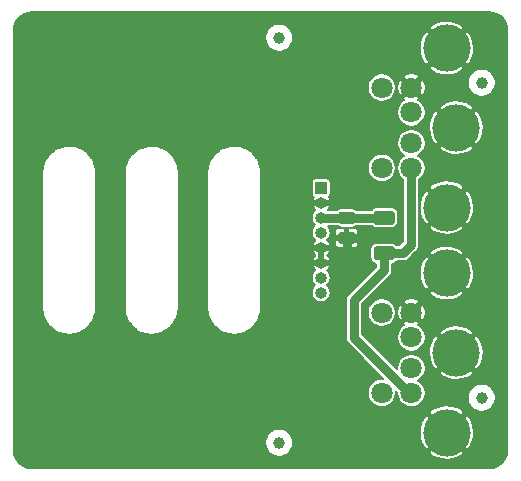
<source format=gbl>
G04 #@! TF.GenerationSoftware,KiCad,Pcbnew,(5.1.2-1)-1*
G04 #@! TF.CreationDate,2019-07-29T22:21:16-04:00*
G04 #@! TF.ProjectId,mouserial-keymouse,6d6f7573-6572-4696-916c-2d6b65796d6f,rev?*
G04 #@! TF.SameCoordinates,Original*
G04 #@! TF.FileFunction,Copper,L2,Bot*
G04 #@! TF.FilePolarity,Positive*
%FSLAX46Y46*%
G04 Gerber Fmt 4.6, Leading zero omitted, Abs format (unit mm)*
G04 Created by KiCad (PCBNEW (5.1.2-1)-1) date 2019-07-29 22:21:16*
%MOMM*%
%LPD*%
G04 APERTURE LIST*
%ADD10C,4.000000*%
%ADD11C,1.800000*%
%ADD12R,1.000000X1.000000*%
%ADD13O,1.000000X1.000000*%
%ADD14C,0.100000*%
%ADD15C,1.050000*%
%ADD16C,1.200000*%
%ADD17C,1.000000*%
%ADD18C,2.000000*%
%ADD19C,0.800000*%
%ADD20C,0.800000*%
%ADD21C,0.200000*%
G04 APERTURE END LIST*
D10*
X174381000Y-74930000D03*
X173581000Y-68180000D03*
X173581000Y-81680000D03*
D11*
X170581000Y-71530000D03*
X170581000Y-78330000D03*
X168081000Y-78330000D03*
X168081000Y-71530000D03*
X170581000Y-73630000D03*
X170581000Y-76230000D03*
X170581000Y-95280000D03*
X170581000Y-92680000D03*
X168081000Y-90580000D03*
X168081000Y-97380000D03*
X170581000Y-97380000D03*
X170581000Y-90580000D03*
D10*
X173581000Y-100730000D03*
X173581000Y-87230000D03*
X174381000Y-93980000D03*
D12*
X162941000Y-80010000D03*
D13*
X162941000Y-81280000D03*
X162941000Y-82550000D03*
X162941000Y-83820000D03*
X162941000Y-85090000D03*
X162941000Y-86360000D03*
X162941000Y-87630000D03*
X162941000Y-88900000D03*
D14*
G36*
X165563229Y-82026264D02*
G01*
X165588711Y-82030044D01*
X165613700Y-82036303D01*
X165637954Y-82044982D01*
X165661242Y-82055996D01*
X165683337Y-82069239D01*
X165704028Y-82084585D01*
X165723116Y-82101884D01*
X165740415Y-82120972D01*
X165755761Y-82141663D01*
X165769004Y-82163758D01*
X165780018Y-82187046D01*
X165788697Y-82211300D01*
X165794956Y-82236289D01*
X165798736Y-82261771D01*
X165800000Y-82287500D01*
X165800000Y-82812500D01*
X165798736Y-82838229D01*
X165794956Y-82863711D01*
X165788697Y-82888700D01*
X165780018Y-82912954D01*
X165769004Y-82936242D01*
X165755761Y-82958337D01*
X165740415Y-82979028D01*
X165723116Y-82998116D01*
X165704028Y-83015415D01*
X165683337Y-83030761D01*
X165661242Y-83044004D01*
X165637954Y-83055018D01*
X165613700Y-83063697D01*
X165588711Y-83069956D01*
X165563229Y-83073736D01*
X165537500Y-83075000D01*
X164662500Y-83075000D01*
X164636771Y-83073736D01*
X164611289Y-83069956D01*
X164586300Y-83063697D01*
X164562046Y-83055018D01*
X164538758Y-83044004D01*
X164516663Y-83030761D01*
X164495972Y-83015415D01*
X164476884Y-82998116D01*
X164459585Y-82979028D01*
X164444239Y-82958337D01*
X164430996Y-82936242D01*
X164419982Y-82912954D01*
X164411303Y-82888700D01*
X164405044Y-82863711D01*
X164401264Y-82838229D01*
X164400000Y-82812500D01*
X164400000Y-82287500D01*
X164401264Y-82261771D01*
X164405044Y-82236289D01*
X164411303Y-82211300D01*
X164419982Y-82187046D01*
X164430996Y-82163758D01*
X164444239Y-82141663D01*
X164459585Y-82120972D01*
X164476884Y-82101884D01*
X164495972Y-82084585D01*
X164516663Y-82069239D01*
X164538758Y-82055996D01*
X164562046Y-82044982D01*
X164586300Y-82036303D01*
X164611289Y-82030044D01*
X164636771Y-82026264D01*
X164662500Y-82025000D01*
X165537500Y-82025000D01*
X165563229Y-82026264D01*
X165563229Y-82026264D01*
G37*
D15*
X165100000Y-82550000D03*
D14*
G36*
X165563229Y-83726264D02*
G01*
X165588711Y-83730044D01*
X165613700Y-83736303D01*
X165637954Y-83744982D01*
X165661242Y-83755996D01*
X165683337Y-83769239D01*
X165704028Y-83784585D01*
X165723116Y-83801884D01*
X165740415Y-83820972D01*
X165755761Y-83841663D01*
X165769004Y-83863758D01*
X165780018Y-83887046D01*
X165788697Y-83911300D01*
X165794956Y-83936289D01*
X165798736Y-83961771D01*
X165800000Y-83987500D01*
X165800000Y-84512500D01*
X165798736Y-84538229D01*
X165794956Y-84563711D01*
X165788697Y-84588700D01*
X165780018Y-84612954D01*
X165769004Y-84636242D01*
X165755761Y-84658337D01*
X165740415Y-84679028D01*
X165723116Y-84698116D01*
X165704028Y-84715415D01*
X165683337Y-84730761D01*
X165661242Y-84744004D01*
X165637954Y-84755018D01*
X165613700Y-84763697D01*
X165588711Y-84769956D01*
X165563229Y-84773736D01*
X165537500Y-84775000D01*
X164662500Y-84775000D01*
X164636771Y-84773736D01*
X164611289Y-84769956D01*
X164586300Y-84763697D01*
X164562046Y-84755018D01*
X164538758Y-84744004D01*
X164516663Y-84730761D01*
X164495972Y-84715415D01*
X164476884Y-84698116D01*
X164459585Y-84679028D01*
X164444239Y-84658337D01*
X164430996Y-84636242D01*
X164419982Y-84612954D01*
X164411303Y-84588700D01*
X164405044Y-84563711D01*
X164401264Y-84538229D01*
X164400000Y-84512500D01*
X164400000Y-83987500D01*
X164401264Y-83961771D01*
X164405044Y-83936289D01*
X164411303Y-83911300D01*
X164419982Y-83887046D01*
X164430996Y-83863758D01*
X164444239Y-83841663D01*
X164459585Y-83820972D01*
X164476884Y-83801884D01*
X164495972Y-83784585D01*
X164516663Y-83769239D01*
X164538758Y-83755996D01*
X164562046Y-83744982D01*
X164586300Y-83736303D01*
X164611289Y-83730044D01*
X164636771Y-83726264D01*
X164662500Y-83725000D01*
X165537500Y-83725000D01*
X165563229Y-83726264D01*
X165563229Y-83726264D01*
G37*
D15*
X165100000Y-84250000D03*
D14*
G36*
X168904405Y-81951445D02*
G01*
X168933527Y-81955764D01*
X168962085Y-81962918D01*
X168989805Y-81972836D01*
X169016419Y-81985424D01*
X169041671Y-82000559D01*
X169065318Y-82018097D01*
X169087132Y-82037868D01*
X169106903Y-82059682D01*
X169124441Y-82083329D01*
X169139576Y-82108581D01*
X169152164Y-82135195D01*
X169162082Y-82162915D01*
X169169236Y-82191473D01*
X169173555Y-82220595D01*
X169175000Y-82250000D01*
X169175000Y-82850000D01*
X169173555Y-82879405D01*
X169169236Y-82908527D01*
X169162082Y-82937085D01*
X169152164Y-82964805D01*
X169139576Y-82991419D01*
X169124441Y-83016671D01*
X169106903Y-83040318D01*
X169087132Y-83062132D01*
X169065318Y-83081903D01*
X169041671Y-83099441D01*
X169016419Y-83114576D01*
X168989805Y-83127164D01*
X168962085Y-83137082D01*
X168933527Y-83144236D01*
X168904405Y-83148555D01*
X168875000Y-83150000D01*
X167675000Y-83150000D01*
X167645595Y-83148555D01*
X167616473Y-83144236D01*
X167587915Y-83137082D01*
X167560195Y-83127164D01*
X167533581Y-83114576D01*
X167508329Y-83099441D01*
X167484682Y-83081903D01*
X167462868Y-83062132D01*
X167443097Y-83040318D01*
X167425559Y-83016671D01*
X167410424Y-82991419D01*
X167397836Y-82964805D01*
X167387918Y-82937085D01*
X167380764Y-82908527D01*
X167376445Y-82879405D01*
X167375000Y-82850000D01*
X167375000Y-82250000D01*
X167376445Y-82220595D01*
X167380764Y-82191473D01*
X167387918Y-82162915D01*
X167397836Y-82135195D01*
X167410424Y-82108581D01*
X167425559Y-82083329D01*
X167443097Y-82059682D01*
X167462868Y-82037868D01*
X167484682Y-82018097D01*
X167508329Y-82000559D01*
X167533581Y-81985424D01*
X167560195Y-81972836D01*
X167587915Y-81962918D01*
X167616473Y-81955764D01*
X167645595Y-81951445D01*
X167675000Y-81950000D01*
X168875000Y-81950000D01*
X168904405Y-81951445D01*
X168904405Y-81951445D01*
G37*
D16*
X168275000Y-82550000D03*
D14*
G36*
X168904405Y-84951445D02*
G01*
X168933527Y-84955764D01*
X168962085Y-84962918D01*
X168989805Y-84972836D01*
X169016419Y-84985424D01*
X169041671Y-85000559D01*
X169065318Y-85018097D01*
X169087132Y-85037868D01*
X169106903Y-85059682D01*
X169124441Y-85083329D01*
X169139576Y-85108581D01*
X169152164Y-85135195D01*
X169162082Y-85162915D01*
X169169236Y-85191473D01*
X169173555Y-85220595D01*
X169175000Y-85250000D01*
X169175000Y-85850000D01*
X169173555Y-85879405D01*
X169169236Y-85908527D01*
X169162082Y-85937085D01*
X169152164Y-85964805D01*
X169139576Y-85991419D01*
X169124441Y-86016671D01*
X169106903Y-86040318D01*
X169087132Y-86062132D01*
X169065318Y-86081903D01*
X169041671Y-86099441D01*
X169016419Y-86114576D01*
X168989805Y-86127164D01*
X168962085Y-86137082D01*
X168933527Y-86144236D01*
X168904405Y-86148555D01*
X168875000Y-86150000D01*
X167675000Y-86150000D01*
X167645595Y-86148555D01*
X167616473Y-86144236D01*
X167587915Y-86137082D01*
X167560195Y-86127164D01*
X167533581Y-86114576D01*
X167508329Y-86099441D01*
X167484682Y-86081903D01*
X167462868Y-86062132D01*
X167443097Y-86040318D01*
X167425559Y-86016671D01*
X167410424Y-85991419D01*
X167397836Y-85964805D01*
X167387918Y-85937085D01*
X167380764Y-85908527D01*
X167376445Y-85879405D01*
X167375000Y-85850000D01*
X167375000Y-85250000D01*
X167376445Y-85220595D01*
X167380764Y-85191473D01*
X167387918Y-85162915D01*
X167397836Y-85135195D01*
X167410424Y-85108581D01*
X167425559Y-85083329D01*
X167443097Y-85059682D01*
X167462868Y-85037868D01*
X167484682Y-85018097D01*
X167508329Y-85000559D01*
X167533581Y-84985424D01*
X167560195Y-84972836D01*
X167587915Y-84962918D01*
X167616473Y-84955764D01*
X167645595Y-84951445D01*
X167675000Y-84950000D01*
X168875000Y-84950000D01*
X168904405Y-84951445D01*
X168904405Y-84951445D01*
G37*
D16*
X168275000Y-85550000D03*
D17*
X159385000Y-67310000D03*
X159385000Y-101600000D03*
X176530000Y-97790000D03*
X176530000Y-71120000D03*
D18*
X138430000Y-66675000D03*
X138430000Y-102235000D03*
X177165000Y-102235000D03*
X177165000Y-66675000D03*
D19*
X165100000Y-85471000D03*
X166497000Y-84201000D03*
D20*
X165735000Y-92710000D02*
X170405000Y-97380000D01*
X165735000Y-89535000D02*
X165735000Y-92710000D01*
X168275000Y-86995000D02*
X165735000Y-89535000D01*
X168275000Y-85725000D02*
X168275000Y-86995000D01*
X170561000Y-84836000D02*
X169847000Y-85550000D01*
X170561000Y-78350000D02*
X170561000Y-84836000D01*
X169847000Y-85550000D02*
X168275000Y-85550000D01*
X170581000Y-78330000D02*
X170561000Y-78350000D01*
X165100000Y-84250000D02*
X165100000Y-85471000D01*
X166448000Y-84250000D02*
X166497000Y-84201000D01*
X165100000Y-84250000D02*
X166448000Y-84250000D01*
X162941000Y-82550000D02*
X165100000Y-82550000D01*
X165100000Y-82550000D02*
X168275000Y-82550000D01*
D21*
G36*
X177461826Y-65175902D02*
G01*
X177747355Y-65262109D01*
X178010695Y-65402129D01*
X178241824Y-65590633D01*
X178431938Y-65820443D01*
X178573793Y-66082800D01*
X178661988Y-66367711D01*
X178695001Y-66681805D01*
X178695000Y-102216663D01*
X178664098Y-102531826D01*
X178577892Y-102817354D01*
X178437872Y-103080694D01*
X178249368Y-103311822D01*
X178019560Y-103501937D01*
X177757202Y-103643793D01*
X177472289Y-103731988D01*
X177158206Y-103765000D01*
X138448337Y-103765000D01*
X138133174Y-103734098D01*
X137847646Y-103647892D01*
X137584306Y-103507872D01*
X137353178Y-103319368D01*
X137163063Y-103089560D01*
X137021207Y-102827202D01*
X136933012Y-102542289D01*
X136900000Y-102228206D01*
X136900000Y-101484273D01*
X158210000Y-101484273D01*
X158210000Y-101715727D01*
X158255155Y-101942735D01*
X158343729Y-102156571D01*
X158472318Y-102349019D01*
X158635981Y-102512682D01*
X158828429Y-102641271D01*
X159042265Y-102729845D01*
X159269273Y-102775000D01*
X159500727Y-102775000D01*
X159727735Y-102729845D01*
X159941571Y-102641271D01*
X160134019Y-102512682D01*
X160230379Y-102416322D01*
X172112466Y-102416322D01*
X172350160Y-102686106D01*
X172755428Y-102888645D01*
X173192422Y-103008229D01*
X173644349Y-103040261D01*
X174093841Y-102983512D01*
X174523626Y-102840161D01*
X174811840Y-102686106D01*
X175049534Y-102416322D01*
X173581000Y-100947789D01*
X172112466Y-102416322D01*
X160230379Y-102416322D01*
X160297682Y-102349019D01*
X160426271Y-102156571D01*
X160514845Y-101942735D01*
X160560000Y-101715727D01*
X160560000Y-101484273D01*
X160514845Y-101257265D01*
X160426271Y-101043429D01*
X160297682Y-100850981D01*
X160240050Y-100793349D01*
X171270739Y-100793349D01*
X171327488Y-101242841D01*
X171470839Y-101672626D01*
X171624894Y-101960840D01*
X171894678Y-102198534D01*
X173363211Y-100730000D01*
X173798789Y-100730000D01*
X175267322Y-102198534D01*
X175537106Y-101960840D01*
X175739645Y-101555572D01*
X175859229Y-101118578D01*
X175891261Y-100666651D01*
X175834512Y-100217159D01*
X175691161Y-99787374D01*
X175537106Y-99499160D01*
X175267322Y-99261466D01*
X173798789Y-100730000D01*
X173363211Y-100730000D01*
X171894678Y-99261466D01*
X171624894Y-99499160D01*
X171422355Y-99904428D01*
X171302771Y-100341422D01*
X171270739Y-100793349D01*
X160240050Y-100793349D01*
X160134019Y-100687318D01*
X159941571Y-100558729D01*
X159727735Y-100470155D01*
X159500727Y-100425000D01*
X159269273Y-100425000D01*
X159042265Y-100470155D01*
X158828429Y-100558729D01*
X158635981Y-100687318D01*
X158472318Y-100850981D01*
X158343729Y-101043429D01*
X158255155Y-101257265D01*
X158210000Y-101484273D01*
X136900000Y-101484273D01*
X136900000Y-99043678D01*
X172112466Y-99043678D01*
X173581000Y-100512211D01*
X175049534Y-99043678D01*
X174811840Y-98773894D01*
X174406572Y-98571355D01*
X173969578Y-98451771D01*
X173517651Y-98419739D01*
X173068159Y-98476488D01*
X172638374Y-98619839D01*
X172350160Y-98773894D01*
X172112466Y-99043678D01*
X136900000Y-99043678D01*
X136900000Y-90188418D01*
X139325000Y-90188418D01*
X139325129Y-90189724D01*
X139325195Y-90199221D01*
X139326976Y-90216164D01*
X139326976Y-90233191D01*
X139327523Y-90238399D01*
X139368966Y-90607873D01*
X139376041Y-90641156D01*
X139382635Y-90674458D01*
X139384182Y-90679461D01*
X139496600Y-91033847D01*
X139510003Y-91065117D01*
X139522942Y-91096511D01*
X139525432Y-91101117D01*
X139704544Y-91426920D01*
X139723766Y-91454992D01*
X139742555Y-91483272D01*
X139745892Y-91487307D01*
X139984874Y-91772115D01*
X140009166Y-91795904D01*
X140033107Y-91820012D01*
X140037164Y-91823322D01*
X140326915Y-92056287D01*
X140355356Y-92074898D01*
X140383533Y-92093904D01*
X140388156Y-92096362D01*
X140717638Y-92268611D01*
X140749145Y-92281340D01*
X140780484Y-92294514D01*
X140785496Y-92296028D01*
X141142161Y-92401000D01*
X141175595Y-92407378D01*
X141208840Y-92414202D01*
X141214051Y-92414714D01*
X141584311Y-92448411D01*
X141618370Y-92448173D01*
X141652286Y-92448410D01*
X141657497Y-92447900D01*
X142027252Y-92409037D01*
X142060603Y-92402191D01*
X142093931Y-92395833D01*
X142098944Y-92394320D01*
X142454108Y-92284378D01*
X142485456Y-92271200D01*
X142516952Y-92258475D01*
X142521576Y-92256017D01*
X142848620Y-92079186D01*
X142876832Y-92060157D01*
X142905238Y-92041568D01*
X142909296Y-92038259D01*
X143195766Y-91801271D01*
X143219725Y-91777143D01*
X143243998Y-91753374D01*
X143247336Y-91749339D01*
X143482319Y-91461222D01*
X143501142Y-91432890D01*
X143520330Y-91404868D01*
X143522820Y-91400263D01*
X143697366Y-91071990D01*
X143710334Y-91040527D01*
X143723706Y-91009328D01*
X143725255Y-91004326D01*
X143832715Y-90648404D01*
X143839322Y-90615035D01*
X143846383Y-90581817D01*
X143846930Y-90576609D01*
X143883210Y-90206594D01*
X143885000Y-90188419D01*
X143885000Y-90188418D01*
X146310000Y-90188418D01*
X146310129Y-90189724D01*
X146310195Y-90199221D01*
X146311976Y-90216164D01*
X146311976Y-90233191D01*
X146312523Y-90238399D01*
X146353966Y-90607873D01*
X146361041Y-90641156D01*
X146367635Y-90674458D01*
X146369182Y-90679461D01*
X146481600Y-91033847D01*
X146495003Y-91065117D01*
X146507942Y-91096511D01*
X146510432Y-91101117D01*
X146689544Y-91426920D01*
X146708766Y-91454992D01*
X146727555Y-91483272D01*
X146730892Y-91487307D01*
X146969874Y-91772115D01*
X146994166Y-91795904D01*
X147018107Y-91820012D01*
X147022164Y-91823322D01*
X147311915Y-92056287D01*
X147340356Y-92074898D01*
X147368533Y-92093904D01*
X147373156Y-92096362D01*
X147702638Y-92268611D01*
X147734145Y-92281340D01*
X147765484Y-92294514D01*
X147770496Y-92296028D01*
X148127161Y-92401000D01*
X148160595Y-92407378D01*
X148193840Y-92414202D01*
X148199051Y-92414714D01*
X148569311Y-92448411D01*
X148603370Y-92448173D01*
X148637286Y-92448410D01*
X148642497Y-92447900D01*
X149012252Y-92409037D01*
X149045603Y-92402191D01*
X149078931Y-92395833D01*
X149083944Y-92394320D01*
X149439108Y-92284378D01*
X149470456Y-92271200D01*
X149501952Y-92258475D01*
X149506576Y-92256017D01*
X149833620Y-92079186D01*
X149861832Y-92060157D01*
X149890238Y-92041568D01*
X149894296Y-92038259D01*
X150180766Y-91801271D01*
X150204725Y-91777143D01*
X150228998Y-91753374D01*
X150232336Y-91749339D01*
X150467319Y-91461222D01*
X150486142Y-91432890D01*
X150505330Y-91404868D01*
X150507820Y-91400263D01*
X150682366Y-91071990D01*
X150695334Y-91040527D01*
X150708706Y-91009328D01*
X150710255Y-91004326D01*
X150817715Y-90648404D01*
X150824322Y-90615035D01*
X150831383Y-90581817D01*
X150831930Y-90576609D01*
X150868210Y-90206594D01*
X150870000Y-90188419D01*
X150870000Y-90188418D01*
X153295000Y-90188418D01*
X153295129Y-90189724D01*
X153295195Y-90199221D01*
X153296976Y-90216164D01*
X153296976Y-90233191D01*
X153297523Y-90238399D01*
X153338966Y-90607873D01*
X153346041Y-90641156D01*
X153352635Y-90674458D01*
X153354182Y-90679461D01*
X153466600Y-91033847D01*
X153480003Y-91065117D01*
X153492942Y-91096511D01*
X153495432Y-91101117D01*
X153674544Y-91426920D01*
X153693766Y-91454992D01*
X153712555Y-91483272D01*
X153715892Y-91487307D01*
X153954874Y-91772115D01*
X153979166Y-91795904D01*
X154003107Y-91820012D01*
X154007164Y-91823322D01*
X154296915Y-92056287D01*
X154325356Y-92074898D01*
X154353533Y-92093904D01*
X154358156Y-92096362D01*
X154687638Y-92268611D01*
X154719145Y-92281340D01*
X154750484Y-92294514D01*
X154755496Y-92296028D01*
X155112161Y-92401000D01*
X155145595Y-92407378D01*
X155178840Y-92414202D01*
X155184051Y-92414714D01*
X155554311Y-92448411D01*
X155588370Y-92448173D01*
X155622286Y-92448410D01*
X155627497Y-92447900D01*
X155997252Y-92409037D01*
X156030603Y-92402191D01*
X156063931Y-92395833D01*
X156068944Y-92394320D01*
X156424108Y-92284378D01*
X156455456Y-92271200D01*
X156486952Y-92258475D01*
X156491576Y-92256017D01*
X156818620Y-92079186D01*
X156846832Y-92060157D01*
X156875238Y-92041568D01*
X156879296Y-92038259D01*
X157165766Y-91801271D01*
X157189725Y-91777143D01*
X157213998Y-91753374D01*
X157217336Y-91749339D01*
X157452319Y-91461222D01*
X157471142Y-91432890D01*
X157490330Y-91404868D01*
X157492820Y-91400263D01*
X157667366Y-91071990D01*
X157680334Y-91040527D01*
X157693706Y-91009328D01*
X157695255Y-91004326D01*
X157802715Y-90648404D01*
X157809322Y-90615035D01*
X157816383Y-90581817D01*
X157816930Y-90576609D01*
X157853210Y-90206594D01*
X157855000Y-90188419D01*
X157855000Y-87630000D01*
X162137130Y-87630000D01*
X162152576Y-87786827D01*
X162198321Y-87937628D01*
X162272607Y-88076606D01*
X162372578Y-88198422D01*
X162453704Y-88265000D01*
X162372578Y-88331578D01*
X162272607Y-88453394D01*
X162198321Y-88592372D01*
X162152576Y-88743173D01*
X162137130Y-88900000D01*
X162152576Y-89056827D01*
X162198321Y-89207628D01*
X162272607Y-89346606D01*
X162372578Y-89468422D01*
X162494394Y-89568393D01*
X162633372Y-89642679D01*
X162784173Y-89688424D01*
X162901707Y-89700000D01*
X162980293Y-89700000D01*
X163097827Y-89688424D01*
X163248628Y-89642679D01*
X163387606Y-89568393D01*
X163428295Y-89535000D01*
X165031613Y-89535000D01*
X165035000Y-89569387D01*
X165035001Y-92675603D01*
X165031613Y-92710000D01*
X165045129Y-92847223D01*
X165085155Y-92979174D01*
X165150155Y-93100781D01*
X165215708Y-93180657D01*
X165237631Y-93207370D01*
X165264342Y-93229291D01*
X168218989Y-96183938D01*
X168199190Y-96180000D01*
X167962810Y-96180000D01*
X167730973Y-96226116D01*
X167512587Y-96316574D01*
X167316045Y-96447899D01*
X167148899Y-96615045D01*
X167017574Y-96811587D01*
X166927116Y-97029973D01*
X166881000Y-97261810D01*
X166881000Y-97498190D01*
X166927116Y-97730027D01*
X167017574Y-97948413D01*
X167148899Y-98144955D01*
X167316045Y-98312101D01*
X167512587Y-98443426D01*
X167730973Y-98533884D01*
X167962810Y-98580000D01*
X168199190Y-98580000D01*
X168431027Y-98533884D01*
X168649413Y-98443426D01*
X168845955Y-98312101D01*
X169013101Y-98144955D01*
X169144426Y-97948413D01*
X169234884Y-97730027D01*
X169281000Y-97498190D01*
X169281000Y-97261810D01*
X169277062Y-97242011D01*
X169381000Y-97345949D01*
X169381000Y-97498190D01*
X169427116Y-97730027D01*
X169517574Y-97948413D01*
X169648899Y-98144955D01*
X169816045Y-98312101D01*
X170012587Y-98443426D01*
X170230973Y-98533884D01*
X170462810Y-98580000D01*
X170699190Y-98580000D01*
X170931027Y-98533884D01*
X171149413Y-98443426D01*
X171345955Y-98312101D01*
X171513101Y-98144955D01*
X171644426Y-97948413D01*
X171734884Y-97730027D01*
X171745974Y-97674273D01*
X175355000Y-97674273D01*
X175355000Y-97905727D01*
X175400155Y-98132735D01*
X175488729Y-98346571D01*
X175617318Y-98539019D01*
X175780981Y-98702682D01*
X175973429Y-98831271D01*
X176187265Y-98919845D01*
X176414273Y-98965000D01*
X176645727Y-98965000D01*
X176872735Y-98919845D01*
X177086571Y-98831271D01*
X177279019Y-98702682D01*
X177442682Y-98539019D01*
X177571271Y-98346571D01*
X177659845Y-98132735D01*
X177705000Y-97905727D01*
X177705000Y-97674273D01*
X177659845Y-97447265D01*
X177571271Y-97233429D01*
X177442682Y-97040981D01*
X177279019Y-96877318D01*
X177086571Y-96748729D01*
X176872735Y-96660155D01*
X176645727Y-96615000D01*
X176414273Y-96615000D01*
X176187265Y-96660155D01*
X175973429Y-96748729D01*
X175780981Y-96877318D01*
X175617318Y-97040981D01*
X175488729Y-97233429D01*
X175400155Y-97447265D01*
X175355000Y-97674273D01*
X171745974Y-97674273D01*
X171781000Y-97498190D01*
X171781000Y-97261810D01*
X171734884Y-97029973D01*
X171644426Y-96811587D01*
X171513101Y-96615045D01*
X171345955Y-96447899D01*
X171169506Y-96330000D01*
X171345955Y-96212101D01*
X171513101Y-96044955D01*
X171644426Y-95848413D01*
X171719850Y-95666322D01*
X172912466Y-95666322D01*
X173150160Y-95936106D01*
X173555428Y-96138645D01*
X173992422Y-96258229D01*
X174444349Y-96290261D01*
X174893841Y-96233512D01*
X175323626Y-96090161D01*
X175611840Y-95936106D01*
X175849534Y-95666322D01*
X174381000Y-94197789D01*
X172912466Y-95666322D01*
X171719850Y-95666322D01*
X171734884Y-95630027D01*
X171781000Y-95398190D01*
X171781000Y-95161810D01*
X171734884Y-94929973D01*
X171644426Y-94711587D01*
X171513101Y-94515045D01*
X171345955Y-94347899D01*
X171149413Y-94216574D01*
X170931027Y-94126116D01*
X170699190Y-94080000D01*
X170462810Y-94080000D01*
X170230973Y-94126116D01*
X170012587Y-94216574D01*
X169816045Y-94347899D01*
X169648899Y-94515045D01*
X169517574Y-94711587D01*
X169427116Y-94929973D01*
X169381000Y-95161810D01*
X169381000Y-95366051D01*
X168058298Y-94043349D01*
X172070739Y-94043349D01*
X172127488Y-94492841D01*
X172270839Y-94922626D01*
X172424894Y-95210840D01*
X172694678Y-95448534D01*
X174163211Y-93980000D01*
X174598789Y-93980000D01*
X176067322Y-95448534D01*
X176337106Y-95210840D01*
X176539645Y-94805572D01*
X176659229Y-94368578D01*
X176691261Y-93916651D01*
X176634512Y-93467159D01*
X176491161Y-93037374D01*
X176337106Y-92749160D01*
X176067322Y-92511466D01*
X174598789Y-93980000D01*
X174163211Y-93980000D01*
X172694678Y-92511466D01*
X172424894Y-92749160D01*
X172222355Y-93154428D01*
X172102771Y-93591422D01*
X172070739Y-94043349D01*
X168058298Y-94043349D01*
X166576759Y-92561810D01*
X169381000Y-92561810D01*
X169381000Y-92798190D01*
X169427116Y-93030027D01*
X169517574Y-93248413D01*
X169648899Y-93444955D01*
X169816045Y-93612101D01*
X170012587Y-93743426D01*
X170230973Y-93833884D01*
X170462810Y-93880000D01*
X170699190Y-93880000D01*
X170931027Y-93833884D01*
X171149413Y-93743426D01*
X171345955Y-93612101D01*
X171513101Y-93444955D01*
X171644426Y-93248413D01*
X171734884Y-93030027D01*
X171781000Y-92798190D01*
X171781000Y-92561810D01*
X171734884Y-92329973D01*
X171719851Y-92293678D01*
X172912466Y-92293678D01*
X174381000Y-93762211D01*
X175849534Y-92293678D01*
X175611840Y-92023894D01*
X175206572Y-91821355D01*
X174769578Y-91701771D01*
X174317651Y-91669739D01*
X173868159Y-91726488D01*
X173438374Y-91869839D01*
X173150160Y-92023894D01*
X172912466Y-92293678D01*
X171719851Y-92293678D01*
X171644426Y-92111587D01*
X171513101Y-91915045D01*
X171345955Y-91747899D01*
X171166210Y-91627797D01*
X171264257Y-91481046D01*
X170581000Y-90797789D01*
X169897743Y-91481046D01*
X169995790Y-91627797D01*
X169816045Y-91747899D01*
X169648899Y-91915045D01*
X169517574Y-92111587D01*
X169427116Y-92329973D01*
X169381000Y-92561810D01*
X166576759Y-92561810D01*
X166435000Y-92420051D01*
X166435000Y-90461810D01*
X166881000Y-90461810D01*
X166881000Y-90698190D01*
X166927116Y-90930027D01*
X167017574Y-91148413D01*
X167148899Y-91344955D01*
X167316045Y-91512101D01*
X167512587Y-91643426D01*
X167730973Y-91733884D01*
X167962810Y-91780000D01*
X168199190Y-91780000D01*
X168431027Y-91733884D01*
X168649413Y-91643426D01*
X168845955Y-91512101D01*
X169013101Y-91344955D01*
X169144426Y-91148413D01*
X169234884Y-90930027D01*
X169281000Y-90698190D01*
X169281000Y-90686929D01*
X169379944Y-90686929D01*
X169423883Y-90919189D01*
X169512289Y-91138414D01*
X169522953Y-91158362D01*
X169679954Y-91263257D01*
X170363211Y-90580000D01*
X170798789Y-90580000D01*
X171482046Y-91263257D01*
X171639047Y-91158362D01*
X171731550Y-90940834D01*
X171779838Y-90709439D01*
X171782056Y-90473071D01*
X171738117Y-90240811D01*
X171649711Y-90021586D01*
X171639047Y-90001638D01*
X171482046Y-89896743D01*
X170798789Y-90580000D01*
X170363211Y-90580000D01*
X169679954Y-89896743D01*
X169522953Y-90001638D01*
X169430450Y-90219166D01*
X169382162Y-90450561D01*
X169379944Y-90686929D01*
X169281000Y-90686929D01*
X169281000Y-90461810D01*
X169234884Y-90229973D01*
X169144426Y-90011587D01*
X169013101Y-89815045D01*
X168877010Y-89678954D01*
X169897743Y-89678954D01*
X170581000Y-90362211D01*
X171264257Y-89678954D01*
X171159362Y-89521953D01*
X170941834Y-89429450D01*
X170710439Y-89381162D01*
X170474071Y-89378944D01*
X170241811Y-89422883D01*
X170022586Y-89511289D01*
X170002638Y-89521953D01*
X169897743Y-89678954D01*
X168877010Y-89678954D01*
X168845955Y-89647899D01*
X168649413Y-89516574D01*
X168431027Y-89426116D01*
X168199190Y-89380000D01*
X167962810Y-89380000D01*
X167730973Y-89426116D01*
X167512587Y-89516574D01*
X167316045Y-89647899D01*
X167148899Y-89815045D01*
X167017574Y-90011587D01*
X166927116Y-90229973D01*
X166881000Y-90461810D01*
X166435000Y-90461810D01*
X166435000Y-89824949D01*
X167343627Y-88916322D01*
X172112466Y-88916322D01*
X172350160Y-89186106D01*
X172755428Y-89388645D01*
X173192422Y-89508229D01*
X173644349Y-89540261D01*
X174093841Y-89483512D01*
X174523626Y-89340161D01*
X174811840Y-89186106D01*
X175049534Y-88916322D01*
X173581000Y-87447789D01*
X172112466Y-88916322D01*
X167343627Y-88916322D01*
X168745653Y-87514296D01*
X168772370Y-87492370D01*
X168859845Y-87385781D01*
X168909251Y-87293349D01*
X171270739Y-87293349D01*
X171327488Y-87742841D01*
X171470839Y-88172626D01*
X171624894Y-88460840D01*
X171894678Y-88698534D01*
X173363211Y-87230000D01*
X173798789Y-87230000D01*
X175267322Y-88698534D01*
X175537106Y-88460840D01*
X175739645Y-88055572D01*
X175859229Y-87618578D01*
X175891261Y-87166651D01*
X175834512Y-86717159D01*
X175691161Y-86287374D01*
X175537106Y-85999160D01*
X175267322Y-85761466D01*
X173798789Y-87230000D01*
X173363211Y-87230000D01*
X171894678Y-85761466D01*
X171624894Y-85999160D01*
X171422355Y-86404428D01*
X171302771Y-86841422D01*
X171270739Y-87293349D01*
X168909251Y-87293349D01*
X168924845Y-87264175D01*
X168964872Y-87132224D01*
X168975000Y-87029390D01*
X168975000Y-87029388D01*
X168978387Y-86995001D01*
X168975000Y-86960614D01*
X168975000Y-86441602D01*
X168992337Y-86439894D01*
X169105165Y-86405668D01*
X169209148Y-86350088D01*
X169300290Y-86275290D01*
X169321045Y-86250000D01*
X169812613Y-86250000D01*
X169847000Y-86253387D01*
X169881387Y-86250000D01*
X169881390Y-86250000D01*
X169984224Y-86239872D01*
X170116175Y-86199845D01*
X170237781Y-86134845D01*
X170344370Y-86047370D01*
X170366296Y-86020653D01*
X170843271Y-85543678D01*
X172112466Y-85543678D01*
X173581000Y-87012211D01*
X175049534Y-85543678D01*
X174811840Y-85273894D01*
X174406572Y-85071355D01*
X173969578Y-84951771D01*
X173517651Y-84919739D01*
X173068159Y-84976488D01*
X172638374Y-85119839D01*
X172350160Y-85273894D01*
X172112466Y-85543678D01*
X170843271Y-85543678D01*
X171031653Y-85355296D01*
X171058370Y-85333370D01*
X171145845Y-85226781D01*
X171210845Y-85105175D01*
X171250872Y-84973224D01*
X171261000Y-84870390D01*
X171261000Y-84870388D01*
X171264387Y-84836001D01*
X171261000Y-84801614D01*
X171261000Y-83366322D01*
X172112466Y-83366322D01*
X172350160Y-83636106D01*
X172755428Y-83838645D01*
X173192422Y-83958229D01*
X173644349Y-83990261D01*
X174093841Y-83933512D01*
X174523626Y-83790161D01*
X174811840Y-83636106D01*
X175049534Y-83366322D01*
X173581000Y-81897789D01*
X172112466Y-83366322D01*
X171261000Y-83366322D01*
X171261000Y-81743349D01*
X171270739Y-81743349D01*
X171327488Y-82192841D01*
X171470839Y-82622626D01*
X171624894Y-82910840D01*
X171894678Y-83148534D01*
X173363211Y-81680000D01*
X173798789Y-81680000D01*
X175267322Y-83148534D01*
X175537106Y-82910840D01*
X175739645Y-82505572D01*
X175859229Y-82068578D01*
X175891261Y-81616651D01*
X175834512Y-81167159D01*
X175691161Y-80737374D01*
X175537106Y-80449160D01*
X175267322Y-80211466D01*
X173798789Y-81680000D01*
X173363211Y-81680000D01*
X171894678Y-80211466D01*
X171624894Y-80449160D01*
X171422355Y-80854428D01*
X171302771Y-81291422D01*
X171270739Y-81743349D01*
X171261000Y-81743349D01*
X171261000Y-79993678D01*
X172112466Y-79993678D01*
X173581000Y-81462211D01*
X175049534Y-79993678D01*
X174811840Y-79723894D01*
X174406572Y-79521355D01*
X173969578Y-79401771D01*
X173517651Y-79369739D01*
X173068159Y-79426488D01*
X172638374Y-79569839D01*
X172350160Y-79723894D01*
X172112466Y-79993678D01*
X171261000Y-79993678D01*
X171261000Y-79318866D01*
X171345955Y-79262101D01*
X171513101Y-79094955D01*
X171644426Y-78898413D01*
X171734884Y-78680027D01*
X171781000Y-78448190D01*
X171781000Y-78211810D01*
X171734884Y-77979973D01*
X171644426Y-77761587D01*
X171513101Y-77565045D01*
X171345955Y-77397899D01*
X171169506Y-77280000D01*
X171345955Y-77162101D01*
X171513101Y-76994955D01*
X171644426Y-76798413D01*
X171719850Y-76616322D01*
X172912466Y-76616322D01*
X173150160Y-76886106D01*
X173555428Y-77088645D01*
X173992422Y-77208229D01*
X174444349Y-77240261D01*
X174893841Y-77183512D01*
X175323626Y-77040161D01*
X175611840Y-76886106D01*
X175849534Y-76616322D01*
X174381000Y-75147789D01*
X172912466Y-76616322D01*
X171719850Y-76616322D01*
X171734884Y-76580027D01*
X171781000Y-76348190D01*
X171781000Y-76111810D01*
X171734884Y-75879973D01*
X171644426Y-75661587D01*
X171513101Y-75465045D01*
X171345955Y-75297899D01*
X171149413Y-75166574D01*
X170931027Y-75076116D01*
X170699190Y-75030000D01*
X170462810Y-75030000D01*
X170230973Y-75076116D01*
X170012587Y-75166574D01*
X169816045Y-75297899D01*
X169648899Y-75465045D01*
X169517574Y-75661587D01*
X169427116Y-75879973D01*
X169381000Y-76111810D01*
X169381000Y-76348190D01*
X169427116Y-76580027D01*
X169517574Y-76798413D01*
X169648899Y-76994955D01*
X169816045Y-77162101D01*
X169992494Y-77280000D01*
X169816045Y-77397899D01*
X169648899Y-77565045D01*
X169517574Y-77761587D01*
X169427116Y-77979973D01*
X169381000Y-78211810D01*
X169381000Y-78448190D01*
X169427116Y-78680027D01*
X169517574Y-78898413D01*
X169648899Y-79094955D01*
X169816045Y-79262101D01*
X169861000Y-79292139D01*
X169861001Y-84546050D01*
X169557051Y-84850000D01*
X169321045Y-84850000D01*
X169300290Y-84824710D01*
X169209148Y-84749912D01*
X169105165Y-84694332D01*
X168992337Y-84660106D01*
X168875000Y-84648549D01*
X167675000Y-84648549D01*
X167557663Y-84660106D01*
X167444835Y-84694332D01*
X167340852Y-84749912D01*
X167249710Y-84824710D01*
X167174912Y-84915852D01*
X167119332Y-85019835D01*
X167085106Y-85132663D01*
X167073549Y-85250000D01*
X167073549Y-85850000D01*
X167085106Y-85967337D01*
X167119332Y-86080165D01*
X167174912Y-86184148D01*
X167249710Y-86275290D01*
X167340852Y-86350088D01*
X167444835Y-86405668D01*
X167557663Y-86439894D01*
X167575001Y-86441602D01*
X167575001Y-86705050D01*
X165264343Y-89015708D01*
X165237630Y-89037631D01*
X165215709Y-89064342D01*
X165215708Y-89064343D01*
X165150155Y-89144219D01*
X165085156Y-89265825D01*
X165085155Y-89265826D01*
X165045128Y-89397777D01*
X165036684Y-89483512D01*
X165031613Y-89535000D01*
X163428295Y-89535000D01*
X163509422Y-89468422D01*
X163609393Y-89346606D01*
X163683679Y-89207628D01*
X163729424Y-89056827D01*
X163744870Y-88900000D01*
X163729424Y-88743173D01*
X163683679Y-88592372D01*
X163609393Y-88453394D01*
X163509422Y-88331578D01*
X163428296Y-88265000D01*
X163509422Y-88198422D01*
X163609393Y-88076606D01*
X163683679Y-87937628D01*
X163729424Y-87786827D01*
X163744870Y-87630000D01*
X163729424Y-87473173D01*
X163683679Y-87322372D01*
X163609393Y-87183394D01*
X163509422Y-87061578D01*
X163424928Y-86992236D01*
X163482494Y-86948899D01*
X163586978Y-86831943D01*
X163666637Y-86696851D01*
X163692282Y-86634911D01*
X163649455Y-86514000D01*
X163095000Y-86514000D01*
X163095000Y-86534000D01*
X162787000Y-86534000D01*
X162787000Y-86514000D01*
X162232545Y-86514000D01*
X162189718Y-86634911D01*
X162215363Y-86696851D01*
X162295022Y-86831943D01*
X162399506Y-86948899D01*
X162457072Y-86992236D01*
X162372578Y-87061578D01*
X162272607Y-87183394D01*
X162198321Y-87322372D01*
X162152576Y-87473173D01*
X162137130Y-87630000D01*
X157855000Y-87630000D01*
X157855000Y-85364911D01*
X162189718Y-85364911D01*
X162215363Y-85426851D01*
X162295022Y-85561943D01*
X162399506Y-85678899D01*
X162460742Y-85725000D01*
X162399506Y-85771101D01*
X162295022Y-85888057D01*
X162215363Y-86023149D01*
X162189718Y-86085089D01*
X162232545Y-86206000D01*
X162787000Y-86206000D01*
X162787000Y-85244000D01*
X163095000Y-85244000D01*
X163095000Y-86206000D01*
X163649455Y-86206000D01*
X163692282Y-86085089D01*
X163666637Y-86023149D01*
X163586978Y-85888057D01*
X163482494Y-85771101D01*
X163421258Y-85725000D01*
X163482494Y-85678899D01*
X163586978Y-85561943D01*
X163666637Y-85426851D01*
X163692282Y-85364911D01*
X163649455Y-85244000D01*
X163095000Y-85244000D01*
X162787000Y-85244000D01*
X162232545Y-85244000D01*
X162189718Y-85364911D01*
X157855000Y-85364911D01*
X157855000Y-82550000D01*
X162137130Y-82550000D01*
X162152576Y-82706827D01*
X162198321Y-82857628D01*
X162272607Y-82996606D01*
X162372578Y-83118422D01*
X162453704Y-83185000D01*
X162372578Y-83251578D01*
X162272607Y-83373394D01*
X162198321Y-83512372D01*
X162152576Y-83663173D01*
X162137130Y-83820000D01*
X162152576Y-83976827D01*
X162198321Y-84127628D01*
X162272607Y-84266606D01*
X162372578Y-84388422D01*
X162457072Y-84457764D01*
X162399506Y-84501101D01*
X162295022Y-84618057D01*
X162215363Y-84753149D01*
X162189718Y-84815089D01*
X162232545Y-84936000D01*
X162787000Y-84936000D01*
X162787000Y-84916000D01*
X163095000Y-84916000D01*
X163095000Y-84936000D01*
X163649455Y-84936000D01*
X163692282Y-84815089D01*
X163675684Y-84775000D01*
X164098548Y-84775000D01*
X164104340Y-84833810D01*
X164121495Y-84890361D01*
X164149352Y-84942478D01*
X164186841Y-84988159D01*
X164232522Y-85025648D01*
X164284639Y-85053505D01*
X164341190Y-85070660D01*
X164400000Y-85076452D01*
X164871000Y-85075000D01*
X164946000Y-85000000D01*
X164946000Y-84404000D01*
X165254000Y-84404000D01*
X165254000Y-85000000D01*
X165329000Y-85075000D01*
X165800000Y-85076452D01*
X165858810Y-85070660D01*
X165915361Y-85053505D01*
X165967478Y-85025648D01*
X166013159Y-84988159D01*
X166050648Y-84942478D01*
X166078505Y-84890361D01*
X166095660Y-84833810D01*
X166101452Y-84775000D01*
X166100000Y-84479000D01*
X166025000Y-84404000D01*
X165254000Y-84404000D01*
X164946000Y-84404000D01*
X164175000Y-84404000D01*
X164100000Y-84479000D01*
X164098548Y-84775000D01*
X163675684Y-84775000D01*
X163666637Y-84753149D01*
X163586978Y-84618057D01*
X163482494Y-84501101D01*
X163424928Y-84457764D01*
X163509422Y-84388422D01*
X163609393Y-84266606D01*
X163683679Y-84127628D01*
X163729424Y-83976827D01*
X163744870Y-83820000D01*
X163735514Y-83725000D01*
X164098548Y-83725000D01*
X164100000Y-84021000D01*
X164175000Y-84096000D01*
X164946000Y-84096000D01*
X164946000Y-83500000D01*
X165254000Y-83500000D01*
X165254000Y-84096000D01*
X166025000Y-84096000D01*
X166100000Y-84021000D01*
X166101452Y-83725000D01*
X166095660Y-83666190D01*
X166078505Y-83609639D01*
X166050648Y-83557522D01*
X166013159Y-83511841D01*
X165967478Y-83474352D01*
X165915361Y-83446495D01*
X165858810Y-83429340D01*
X165800000Y-83423548D01*
X165329000Y-83425000D01*
X165254000Y-83500000D01*
X164946000Y-83500000D01*
X164871000Y-83425000D01*
X164400000Y-83423548D01*
X164341190Y-83429340D01*
X164284639Y-83446495D01*
X164232522Y-83474352D01*
X164186841Y-83511841D01*
X164149352Y-83557522D01*
X164121495Y-83609639D01*
X164104340Y-83666190D01*
X164098548Y-83725000D01*
X163735514Y-83725000D01*
X163729424Y-83663173D01*
X163683679Y-83512372D01*
X163609393Y-83373394D01*
X163509422Y-83251578D01*
X163507499Y-83250000D01*
X164310915Y-83250000D01*
X164349186Y-83281408D01*
X164446685Y-83333523D01*
X164552479Y-83365615D01*
X164662500Y-83376451D01*
X165537500Y-83376451D01*
X165647521Y-83365615D01*
X165753315Y-83333523D01*
X165850814Y-83281408D01*
X165889085Y-83250000D01*
X167228955Y-83250000D01*
X167249710Y-83275290D01*
X167340852Y-83350088D01*
X167444835Y-83405668D01*
X167557663Y-83439894D01*
X167675000Y-83451451D01*
X168875000Y-83451451D01*
X168992337Y-83439894D01*
X169105165Y-83405668D01*
X169209148Y-83350088D01*
X169300290Y-83275290D01*
X169375088Y-83184148D01*
X169430668Y-83080165D01*
X169464894Y-82967337D01*
X169476451Y-82850000D01*
X169476451Y-82250000D01*
X169464894Y-82132663D01*
X169430668Y-82019835D01*
X169375088Y-81915852D01*
X169300290Y-81824710D01*
X169209148Y-81749912D01*
X169105165Y-81694332D01*
X168992337Y-81660106D01*
X168875000Y-81648549D01*
X167675000Y-81648549D01*
X167557663Y-81660106D01*
X167444835Y-81694332D01*
X167340852Y-81749912D01*
X167249710Y-81824710D01*
X167228955Y-81850000D01*
X165889085Y-81850000D01*
X165850814Y-81818592D01*
X165753315Y-81766477D01*
X165647521Y-81734385D01*
X165537500Y-81723549D01*
X164662500Y-81723549D01*
X164552479Y-81734385D01*
X164446685Y-81766477D01*
X164349186Y-81818592D01*
X164310915Y-81850000D01*
X163499378Y-81850000D01*
X163586978Y-81751943D01*
X163666637Y-81616851D01*
X163692282Y-81554911D01*
X163649455Y-81434000D01*
X163095000Y-81434000D01*
X163095000Y-81454000D01*
X162787000Y-81454000D01*
X162787000Y-81434000D01*
X162232545Y-81434000D01*
X162189718Y-81554911D01*
X162215363Y-81616851D01*
X162295022Y-81751943D01*
X162399506Y-81868899D01*
X162457072Y-81912236D01*
X162372578Y-81981578D01*
X162272607Y-82103394D01*
X162198321Y-82242372D01*
X162152576Y-82393173D01*
X162137130Y-82550000D01*
X157855000Y-82550000D01*
X157855000Y-79510000D01*
X162139549Y-79510000D01*
X162139549Y-80510000D01*
X162145341Y-80568810D01*
X162162496Y-80625360D01*
X162190353Y-80677477D01*
X162227842Y-80723158D01*
X162273523Y-80760647D01*
X162316740Y-80783747D01*
X162295022Y-80808057D01*
X162215363Y-80943149D01*
X162189718Y-81005089D01*
X162232545Y-81126000D01*
X162787000Y-81126000D01*
X162787000Y-81106000D01*
X163095000Y-81106000D01*
X163095000Y-81126000D01*
X163649455Y-81126000D01*
X163692282Y-81005089D01*
X163666637Y-80943149D01*
X163586978Y-80808057D01*
X163565260Y-80783747D01*
X163608477Y-80760647D01*
X163654158Y-80723158D01*
X163691647Y-80677477D01*
X163719504Y-80625360D01*
X163736659Y-80568810D01*
X163742451Y-80510000D01*
X163742451Y-79510000D01*
X163736659Y-79451190D01*
X163719504Y-79394640D01*
X163691647Y-79342523D01*
X163654158Y-79296842D01*
X163608477Y-79259353D01*
X163556360Y-79231496D01*
X163499810Y-79214341D01*
X163441000Y-79208549D01*
X162441000Y-79208549D01*
X162382190Y-79214341D01*
X162325640Y-79231496D01*
X162273523Y-79259353D01*
X162227842Y-79296842D01*
X162190353Y-79342523D01*
X162162496Y-79394640D01*
X162145341Y-79451190D01*
X162139549Y-79510000D01*
X157855000Y-79510000D01*
X157855000Y-78721581D01*
X157854871Y-78720275D01*
X157854805Y-78710780D01*
X157853024Y-78693837D01*
X157853024Y-78676809D01*
X157852477Y-78671601D01*
X157811034Y-78302127D01*
X157803961Y-78268852D01*
X157797365Y-78235541D01*
X157795817Y-78230539D01*
X157789876Y-78211810D01*
X166881000Y-78211810D01*
X166881000Y-78448190D01*
X166927116Y-78680027D01*
X167017574Y-78898413D01*
X167148899Y-79094955D01*
X167316045Y-79262101D01*
X167512587Y-79393426D01*
X167730973Y-79483884D01*
X167962810Y-79530000D01*
X168199190Y-79530000D01*
X168431027Y-79483884D01*
X168649413Y-79393426D01*
X168845955Y-79262101D01*
X169013101Y-79094955D01*
X169144426Y-78898413D01*
X169234884Y-78680027D01*
X169281000Y-78448190D01*
X169281000Y-78211810D01*
X169234884Y-77979973D01*
X169144426Y-77761587D01*
X169013101Y-77565045D01*
X168845955Y-77397899D01*
X168649413Y-77266574D01*
X168431027Y-77176116D01*
X168199190Y-77130000D01*
X167962810Y-77130000D01*
X167730973Y-77176116D01*
X167512587Y-77266574D01*
X167316045Y-77397899D01*
X167148899Y-77565045D01*
X167017574Y-77761587D01*
X166927116Y-77979973D01*
X166881000Y-78211810D01*
X157789876Y-78211810D01*
X157683400Y-77876152D01*
X157669987Y-77844857D01*
X157657058Y-77813489D01*
X157654568Y-77808883D01*
X157475456Y-77483080D01*
X157456246Y-77455025D01*
X157437445Y-77426727D01*
X157434108Y-77422693D01*
X157195126Y-77137885D01*
X157170833Y-77114096D01*
X157146893Y-77089988D01*
X157142835Y-77086678D01*
X156853085Y-76853712D01*
X156824618Y-76835084D01*
X156796467Y-76816096D01*
X156791844Y-76813637D01*
X156462362Y-76641389D01*
X156430840Y-76628653D01*
X156399517Y-76615486D01*
X156394504Y-76613972D01*
X156037839Y-76509000D01*
X156004405Y-76502622D01*
X155971160Y-76495798D01*
X155965949Y-76495286D01*
X155595689Y-76461589D01*
X155561630Y-76461827D01*
X155527714Y-76461590D01*
X155522503Y-76462100D01*
X155152749Y-76500963D01*
X155119411Y-76507807D01*
X155086069Y-76514167D01*
X155081056Y-76515680D01*
X154725892Y-76625622D01*
X154694555Y-76638795D01*
X154663048Y-76651525D01*
X154658424Y-76653983D01*
X154331379Y-76830815D01*
X154303179Y-76849836D01*
X154274761Y-76868432D01*
X154270703Y-76871741D01*
X153984234Y-77108730D01*
X153960294Y-77132838D01*
X153936002Y-77156626D01*
X153932664Y-77160661D01*
X153697681Y-77448778D01*
X153678858Y-77477110D01*
X153659670Y-77505132D01*
X153657180Y-77509737D01*
X153482635Y-77838009D01*
X153469686Y-77869426D01*
X153456294Y-77900672D01*
X153454745Y-77905674D01*
X153347285Y-78261597D01*
X153340678Y-78294965D01*
X153333617Y-78328184D01*
X153333070Y-78333391D01*
X153296790Y-78703407D01*
X153296790Y-78703416D01*
X153295001Y-78721581D01*
X153295000Y-90188418D01*
X150870000Y-90188418D01*
X150870000Y-78721581D01*
X150869871Y-78720275D01*
X150869805Y-78710780D01*
X150868024Y-78693837D01*
X150868024Y-78676809D01*
X150867477Y-78671601D01*
X150826034Y-78302127D01*
X150818961Y-78268852D01*
X150812365Y-78235541D01*
X150810817Y-78230539D01*
X150698400Y-77876152D01*
X150684987Y-77844857D01*
X150672058Y-77813489D01*
X150669568Y-77808883D01*
X150490456Y-77483080D01*
X150471246Y-77455025D01*
X150452445Y-77426727D01*
X150449108Y-77422693D01*
X150210126Y-77137885D01*
X150185833Y-77114096D01*
X150161893Y-77089988D01*
X150157835Y-77086678D01*
X149868085Y-76853712D01*
X149839618Y-76835084D01*
X149811467Y-76816096D01*
X149806844Y-76813637D01*
X149477362Y-76641389D01*
X149445840Y-76628653D01*
X149414517Y-76615486D01*
X149409504Y-76613972D01*
X149052839Y-76509000D01*
X149019405Y-76502622D01*
X148986160Y-76495798D01*
X148980949Y-76495286D01*
X148610689Y-76461589D01*
X148576630Y-76461827D01*
X148542714Y-76461590D01*
X148537503Y-76462100D01*
X148167749Y-76500963D01*
X148134411Y-76507807D01*
X148101069Y-76514167D01*
X148096056Y-76515680D01*
X147740892Y-76625622D01*
X147709555Y-76638795D01*
X147678048Y-76651525D01*
X147673424Y-76653983D01*
X147346379Y-76830815D01*
X147318179Y-76849836D01*
X147289761Y-76868432D01*
X147285703Y-76871741D01*
X146999234Y-77108730D01*
X146975294Y-77132838D01*
X146951002Y-77156626D01*
X146947664Y-77160661D01*
X146712681Y-77448778D01*
X146693858Y-77477110D01*
X146674670Y-77505132D01*
X146672180Y-77509737D01*
X146497635Y-77838009D01*
X146484686Y-77869426D01*
X146471294Y-77900672D01*
X146469745Y-77905674D01*
X146362285Y-78261597D01*
X146355678Y-78294965D01*
X146348617Y-78328184D01*
X146348070Y-78333391D01*
X146311790Y-78703407D01*
X146311790Y-78703416D01*
X146310001Y-78721581D01*
X146310000Y-90188418D01*
X143885000Y-90188418D01*
X143885000Y-78721581D01*
X143884871Y-78720275D01*
X143884805Y-78710780D01*
X143883024Y-78693837D01*
X143883024Y-78676809D01*
X143882477Y-78671601D01*
X143841034Y-78302127D01*
X143833961Y-78268852D01*
X143827365Y-78235541D01*
X143825817Y-78230539D01*
X143713400Y-77876152D01*
X143699987Y-77844857D01*
X143687058Y-77813489D01*
X143684568Y-77808883D01*
X143505456Y-77483080D01*
X143486246Y-77455025D01*
X143467445Y-77426727D01*
X143464108Y-77422693D01*
X143225126Y-77137885D01*
X143200833Y-77114096D01*
X143176893Y-77089988D01*
X143172835Y-77086678D01*
X142883085Y-76853712D01*
X142854618Y-76835084D01*
X142826467Y-76816096D01*
X142821844Y-76813637D01*
X142492362Y-76641389D01*
X142460840Y-76628653D01*
X142429517Y-76615486D01*
X142424504Y-76613972D01*
X142067839Y-76509000D01*
X142034405Y-76502622D01*
X142001160Y-76495798D01*
X141995949Y-76495286D01*
X141625689Y-76461589D01*
X141591630Y-76461827D01*
X141557714Y-76461590D01*
X141552503Y-76462100D01*
X141182749Y-76500963D01*
X141149411Y-76507807D01*
X141116069Y-76514167D01*
X141111056Y-76515680D01*
X140755892Y-76625622D01*
X140724555Y-76638795D01*
X140693048Y-76651525D01*
X140688424Y-76653983D01*
X140361379Y-76830815D01*
X140333179Y-76849836D01*
X140304761Y-76868432D01*
X140300703Y-76871741D01*
X140014234Y-77108730D01*
X139990294Y-77132838D01*
X139966002Y-77156626D01*
X139962664Y-77160661D01*
X139727681Y-77448778D01*
X139708858Y-77477110D01*
X139689670Y-77505132D01*
X139687180Y-77509737D01*
X139512635Y-77838009D01*
X139499686Y-77869426D01*
X139486294Y-77900672D01*
X139484745Y-77905674D01*
X139377285Y-78261597D01*
X139370678Y-78294965D01*
X139363617Y-78328184D01*
X139363070Y-78333391D01*
X139326790Y-78703407D01*
X139326790Y-78703416D01*
X139325001Y-78721581D01*
X139325000Y-90188418D01*
X136900000Y-90188418D01*
X136900000Y-74993349D01*
X172070739Y-74993349D01*
X172127488Y-75442841D01*
X172270839Y-75872626D01*
X172424894Y-76160840D01*
X172694678Y-76398534D01*
X174163211Y-74930000D01*
X174598789Y-74930000D01*
X176067322Y-76398534D01*
X176337106Y-76160840D01*
X176539645Y-75755572D01*
X176659229Y-75318578D01*
X176691261Y-74866651D01*
X176634512Y-74417159D01*
X176491161Y-73987374D01*
X176337106Y-73699160D01*
X176067322Y-73461466D01*
X174598789Y-74930000D01*
X174163211Y-74930000D01*
X172694678Y-73461466D01*
X172424894Y-73699160D01*
X172222355Y-74104428D01*
X172102771Y-74541422D01*
X172070739Y-74993349D01*
X136900000Y-74993349D01*
X136900000Y-73511810D01*
X169381000Y-73511810D01*
X169381000Y-73748190D01*
X169427116Y-73980027D01*
X169517574Y-74198413D01*
X169648899Y-74394955D01*
X169816045Y-74562101D01*
X170012587Y-74693426D01*
X170230973Y-74783884D01*
X170462810Y-74830000D01*
X170699190Y-74830000D01*
X170931027Y-74783884D01*
X171149413Y-74693426D01*
X171345955Y-74562101D01*
X171513101Y-74394955D01*
X171644426Y-74198413D01*
X171734884Y-73980027D01*
X171781000Y-73748190D01*
X171781000Y-73511810D01*
X171734884Y-73279973D01*
X171719851Y-73243678D01*
X172912466Y-73243678D01*
X174381000Y-74712211D01*
X175849534Y-73243678D01*
X175611840Y-72973894D01*
X175206572Y-72771355D01*
X174769578Y-72651771D01*
X174317651Y-72619739D01*
X173868159Y-72676488D01*
X173438374Y-72819839D01*
X173150160Y-72973894D01*
X172912466Y-73243678D01*
X171719851Y-73243678D01*
X171644426Y-73061587D01*
X171513101Y-72865045D01*
X171345955Y-72697899D01*
X171166210Y-72577797D01*
X171264257Y-72431046D01*
X170581000Y-71747789D01*
X169897743Y-72431046D01*
X169995790Y-72577797D01*
X169816045Y-72697899D01*
X169648899Y-72865045D01*
X169517574Y-73061587D01*
X169427116Y-73279973D01*
X169381000Y-73511810D01*
X136900000Y-73511810D01*
X136900000Y-71411810D01*
X166881000Y-71411810D01*
X166881000Y-71648190D01*
X166927116Y-71880027D01*
X167017574Y-72098413D01*
X167148899Y-72294955D01*
X167316045Y-72462101D01*
X167512587Y-72593426D01*
X167730973Y-72683884D01*
X167962810Y-72730000D01*
X168199190Y-72730000D01*
X168431027Y-72683884D01*
X168649413Y-72593426D01*
X168845955Y-72462101D01*
X169013101Y-72294955D01*
X169144426Y-72098413D01*
X169234884Y-71880027D01*
X169281000Y-71648190D01*
X169281000Y-71636929D01*
X169379944Y-71636929D01*
X169423883Y-71869189D01*
X169512289Y-72088414D01*
X169522953Y-72108362D01*
X169679954Y-72213257D01*
X170363211Y-71530000D01*
X170798789Y-71530000D01*
X171482046Y-72213257D01*
X171639047Y-72108362D01*
X171731550Y-71890834D01*
X171779838Y-71659439D01*
X171782056Y-71423071D01*
X171738117Y-71190811D01*
X171662893Y-71004273D01*
X175355000Y-71004273D01*
X175355000Y-71235727D01*
X175400155Y-71462735D01*
X175488729Y-71676571D01*
X175617318Y-71869019D01*
X175780981Y-72032682D01*
X175973429Y-72161271D01*
X176187265Y-72249845D01*
X176414273Y-72295000D01*
X176645727Y-72295000D01*
X176872735Y-72249845D01*
X177086571Y-72161271D01*
X177279019Y-72032682D01*
X177442682Y-71869019D01*
X177571271Y-71676571D01*
X177659845Y-71462735D01*
X177705000Y-71235727D01*
X177705000Y-71004273D01*
X177659845Y-70777265D01*
X177571271Y-70563429D01*
X177442682Y-70370981D01*
X177279019Y-70207318D01*
X177086571Y-70078729D01*
X176872735Y-69990155D01*
X176645727Y-69945000D01*
X176414273Y-69945000D01*
X176187265Y-69990155D01*
X175973429Y-70078729D01*
X175780981Y-70207318D01*
X175617318Y-70370981D01*
X175488729Y-70563429D01*
X175400155Y-70777265D01*
X175355000Y-71004273D01*
X171662893Y-71004273D01*
X171649711Y-70971586D01*
X171639047Y-70951638D01*
X171482046Y-70846743D01*
X170798789Y-71530000D01*
X170363211Y-71530000D01*
X169679954Y-70846743D01*
X169522953Y-70951638D01*
X169430450Y-71169166D01*
X169382162Y-71400561D01*
X169379944Y-71636929D01*
X169281000Y-71636929D01*
X169281000Y-71411810D01*
X169234884Y-71179973D01*
X169144426Y-70961587D01*
X169013101Y-70765045D01*
X168877010Y-70628954D01*
X169897743Y-70628954D01*
X170581000Y-71312211D01*
X171264257Y-70628954D01*
X171159362Y-70471953D01*
X170941834Y-70379450D01*
X170710439Y-70331162D01*
X170474071Y-70328944D01*
X170241811Y-70372883D01*
X170022586Y-70461289D01*
X170002638Y-70471953D01*
X169897743Y-70628954D01*
X168877010Y-70628954D01*
X168845955Y-70597899D01*
X168649413Y-70466574D01*
X168431027Y-70376116D01*
X168199190Y-70330000D01*
X167962810Y-70330000D01*
X167730973Y-70376116D01*
X167512587Y-70466574D01*
X167316045Y-70597899D01*
X167148899Y-70765045D01*
X167017574Y-70961587D01*
X166927116Y-71179973D01*
X166881000Y-71411810D01*
X136900000Y-71411810D01*
X136900000Y-69866322D01*
X172112466Y-69866322D01*
X172350160Y-70136106D01*
X172755428Y-70338645D01*
X173192422Y-70458229D01*
X173644349Y-70490261D01*
X174093841Y-70433512D01*
X174523626Y-70290161D01*
X174811840Y-70136106D01*
X175049534Y-69866322D01*
X173581000Y-68397789D01*
X172112466Y-69866322D01*
X136900000Y-69866322D01*
X136900000Y-67194273D01*
X158210000Y-67194273D01*
X158210000Y-67425727D01*
X158255155Y-67652735D01*
X158343729Y-67866571D01*
X158472318Y-68059019D01*
X158635981Y-68222682D01*
X158828429Y-68351271D01*
X159042265Y-68439845D01*
X159269273Y-68485000D01*
X159500727Y-68485000D01*
X159727735Y-68439845D01*
X159941571Y-68351271D01*
X160103088Y-68243349D01*
X171270739Y-68243349D01*
X171327488Y-68692841D01*
X171470839Y-69122626D01*
X171624894Y-69410840D01*
X171894678Y-69648534D01*
X173363211Y-68180000D01*
X173798789Y-68180000D01*
X175267322Y-69648534D01*
X175537106Y-69410840D01*
X175739645Y-69005572D01*
X175859229Y-68568578D01*
X175891261Y-68116651D01*
X175834512Y-67667159D01*
X175691161Y-67237374D01*
X175537106Y-66949160D01*
X175267322Y-66711466D01*
X173798789Y-68180000D01*
X173363211Y-68180000D01*
X171894678Y-66711466D01*
X171624894Y-66949160D01*
X171422355Y-67354428D01*
X171302771Y-67791422D01*
X171270739Y-68243349D01*
X160103088Y-68243349D01*
X160134019Y-68222682D01*
X160297682Y-68059019D01*
X160426271Y-67866571D01*
X160514845Y-67652735D01*
X160560000Y-67425727D01*
X160560000Y-67194273D01*
X160514845Y-66967265D01*
X160426271Y-66753429D01*
X160297682Y-66560981D01*
X160230379Y-66493678D01*
X172112466Y-66493678D01*
X173581000Y-67962211D01*
X175049534Y-66493678D01*
X174811840Y-66223894D01*
X174406572Y-66021355D01*
X173969578Y-65901771D01*
X173517651Y-65869739D01*
X173068159Y-65926488D01*
X172638374Y-66069839D01*
X172350160Y-66223894D01*
X172112466Y-66493678D01*
X160230379Y-66493678D01*
X160134019Y-66397318D01*
X159941571Y-66268729D01*
X159727735Y-66180155D01*
X159500727Y-66135000D01*
X159269273Y-66135000D01*
X159042265Y-66180155D01*
X158828429Y-66268729D01*
X158635981Y-66397318D01*
X158472318Y-66560981D01*
X158343729Y-66753429D01*
X158255155Y-66967265D01*
X158210000Y-67194273D01*
X136900000Y-67194273D01*
X136900000Y-66693337D01*
X136930902Y-66378174D01*
X137017109Y-66092645D01*
X137157129Y-65829305D01*
X137345633Y-65598176D01*
X137575443Y-65408062D01*
X137837800Y-65266207D01*
X138122711Y-65178012D01*
X138436795Y-65145000D01*
X177146663Y-65145000D01*
X177461826Y-65175902D01*
X177461826Y-65175902D01*
G37*
X177461826Y-65175902D02*
X177747355Y-65262109D01*
X178010695Y-65402129D01*
X178241824Y-65590633D01*
X178431938Y-65820443D01*
X178573793Y-66082800D01*
X178661988Y-66367711D01*
X178695001Y-66681805D01*
X178695000Y-102216663D01*
X178664098Y-102531826D01*
X178577892Y-102817354D01*
X178437872Y-103080694D01*
X178249368Y-103311822D01*
X178019560Y-103501937D01*
X177757202Y-103643793D01*
X177472289Y-103731988D01*
X177158206Y-103765000D01*
X138448337Y-103765000D01*
X138133174Y-103734098D01*
X137847646Y-103647892D01*
X137584306Y-103507872D01*
X137353178Y-103319368D01*
X137163063Y-103089560D01*
X137021207Y-102827202D01*
X136933012Y-102542289D01*
X136900000Y-102228206D01*
X136900000Y-101484273D01*
X158210000Y-101484273D01*
X158210000Y-101715727D01*
X158255155Y-101942735D01*
X158343729Y-102156571D01*
X158472318Y-102349019D01*
X158635981Y-102512682D01*
X158828429Y-102641271D01*
X159042265Y-102729845D01*
X159269273Y-102775000D01*
X159500727Y-102775000D01*
X159727735Y-102729845D01*
X159941571Y-102641271D01*
X160134019Y-102512682D01*
X160230379Y-102416322D01*
X172112466Y-102416322D01*
X172350160Y-102686106D01*
X172755428Y-102888645D01*
X173192422Y-103008229D01*
X173644349Y-103040261D01*
X174093841Y-102983512D01*
X174523626Y-102840161D01*
X174811840Y-102686106D01*
X175049534Y-102416322D01*
X173581000Y-100947789D01*
X172112466Y-102416322D01*
X160230379Y-102416322D01*
X160297682Y-102349019D01*
X160426271Y-102156571D01*
X160514845Y-101942735D01*
X160560000Y-101715727D01*
X160560000Y-101484273D01*
X160514845Y-101257265D01*
X160426271Y-101043429D01*
X160297682Y-100850981D01*
X160240050Y-100793349D01*
X171270739Y-100793349D01*
X171327488Y-101242841D01*
X171470839Y-101672626D01*
X171624894Y-101960840D01*
X171894678Y-102198534D01*
X173363211Y-100730000D01*
X173798789Y-100730000D01*
X175267322Y-102198534D01*
X175537106Y-101960840D01*
X175739645Y-101555572D01*
X175859229Y-101118578D01*
X175891261Y-100666651D01*
X175834512Y-100217159D01*
X175691161Y-99787374D01*
X175537106Y-99499160D01*
X175267322Y-99261466D01*
X173798789Y-100730000D01*
X173363211Y-100730000D01*
X171894678Y-99261466D01*
X171624894Y-99499160D01*
X171422355Y-99904428D01*
X171302771Y-100341422D01*
X171270739Y-100793349D01*
X160240050Y-100793349D01*
X160134019Y-100687318D01*
X159941571Y-100558729D01*
X159727735Y-100470155D01*
X159500727Y-100425000D01*
X159269273Y-100425000D01*
X159042265Y-100470155D01*
X158828429Y-100558729D01*
X158635981Y-100687318D01*
X158472318Y-100850981D01*
X158343729Y-101043429D01*
X158255155Y-101257265D01*
X158210000Y-101484273D01*
X136900000Y-101484273D01*
X136900000Y-99043678D01*
X172112466Y-99043678D01*
X173581000Y-100512211D01*
X175049534Y-99043678D01*
X174811840Y-98773894D01*
X174406572Y-98571355D01*
X173969578Y-98451771D01*
X173517651Y-98419739D01*
X173068159Y-98476488D01*
X172638374Y-98619839D01*
X172350160Y-98773894D01*
X172112466Y-99043678D01*
X136900000Y-99043678D01*
X136900000Y-90188418D01*
X139325000Y-90188418D01*
X139325129Y-90189724D01*
X139325195Y-90199221D01*
X139326976Y-90216164D01*
X139326976Y-90233191D01*
X139327523Y-90238399D01*
X139368966Y-90607873D01*
X139376041Y-90641156D01*
X139382635Y-90674458D01*
X139384182Y-90679461D01*
X139496600Y-91033847D01*
X139510003Y-91065117D01*
X139522942Y-91096511D01*
X139525432Y-91101117D01*
X139704544Y-91426920D01*
X139723766Y-91454992D01*
X139742555Y-91483272D01*
X139745892Y-91487307D01*
X139984874Y-91772115D01*
X140009166Y-91795904D01*
X140033107Y-91820012D01*
X140037164Y-91823322D01*
X140326915Y-92056287D01*
X140355356Y-92074898D01*
X140383533Y-92093904D01*
X140388156Y-92096362D01*
X140717638Y-92268611D01*
X140749145Y-92281340D01*
X140780484Y-92294514D01*
X140785496Y-92296028D01*
X141142161Y-92401000D01*
X141175595Y-92407378D01*
X141208840Y-92414202D01*
X141214051Y-92414714D01*
X141584311Y-92448411D01*
X141618370Y-92448173D01*
X141652286Y-92448410D01*
X141657497Y-92447900D01*
X142027252Y-92409037D01*
X142060603Y-92402191D01*
X142093931Y-92395833D01*
X142098944Y-92394320D01*
X142454108Y-92284378D01*
X142485456Y-92271200D01*
X142516952Y-92258475D01*
X142521576Y-92256017D01*
X142848620Y-92079186D01*
X142876832Y-92060157D01*
X142905238Y-92041568D01*
X142909296Y-92038259D01*
X143195766Y-91801271D01*
X143219725Y-91777143D01*
X143243998Y-91753374D01*
X143247336Y-91749339D01*
X143482319Y-91461222D01*
X143501142Y-91432890D01*
X143520330Y-91404868D01*
X143522820Y-91400263D01*
X143697366Y-91071990D01*
X143710334Y-91040527D01*
X143723706Y-91009328D01*
X143725255Y-91004326D01*
X143832715Y-90648404D01*
X143839322Y-90615035D01*
X143846383Y-90581817D01*
X143846930Y-90576609D01*
X143883210Y-90206594D01*
X143885000Y-90188419D01*
X143885000Y-90188418D01*
X146310000Y-90188418D01*
X146310129Y-90189724D01*
X146310195Y-90199221D01*
X146311976Y-90216164D01*
X146311976Y-90233191D01*
X146312523Y-90238399D01*
X146353966Y-90607873D01*
X146361041Y-90641156D01*
X146367635Y-90674458D01*
X146369182Y-90679461D01*
X146481600Y-91033847D01*
X146495003Y-91065117D01*
X146507942Y-91096511D01*
X146510432Y-91101117D01*
X146689544Y-91426920D01*
X146708766Y-91454992D01*
X146727555Y-91483272D01*
X146730892Y-91487307D01*
X146969874Y-91772115D01*
X146994166Y-91795904D01*
X147018107Y-91820012D01*
X147022164Y-91823322D01*
X147311915Y-92056287D01*
X147340356Y-92074898D01*
X147368533Y-92093904D01*
X147373156Y-92096362D01*
X147702638Y-92268611D01*
X147734145Y-92281340D01*
X147765484Y-92294514D01*
X147770496Y-92296028D01*
X148127161Y-92401000D01*
X148160595Y-92407378D01*
X148193840Y-92414202D01*
X148199051Y-92414714D01*
X148569311Y-92448411D01*
X148603370Y-92448173D01*
X148637286Y-92448410D01*
X148642497Y-92447900D01*
X149012252Y-92409037D01*
X149045603Y-92402191D01*
X149078931Y-92395833D01*
X149083944Y-92394320D01*
X149439108Y-92284378D01*
X149470456Y-92271200D01*
X149501952Y-92258475D01*
X149506576Y-92256017D01*
X149833620Y-92079186D01*
X149861832Y-92060157D01*
X149890238Y-92041568D01*
X149894296Y-92038259D01*
X150180766Y-91801271D01*
X150204725Y-91777143D01*
X150228998Y-91753374D01*
X150232336Y-91749339D01*
X150467319Y-91461222D01*
X150486142Y-91432890D01*
X150505330Y-91404868D01*
X150507820Y-91400263D01*
X150682366Y-91071990D01*
X150695334Y-91040527D01*
X150708706Y-91009328D01*
X150710255Y-91004326D01*
X150817715Y-90648404D01*
X150824322Y-90615035D01*
X150831383Y-90581817D01*
X150831930Y-90576609D01*
X150868210Y-90206594D01*
X150870000Y-90188419D01*
X150870000Y-90188418D01*
X153295000Y-90188418D01*
X153295129Y-90189724D01*
X153295195Y-90199221D01*
X153296976Y-90216164D01*
X153296976Y-90233191D01*
X153297523Y-90238399D01*
X153338966Y-90607873D01*
X153346041Y-90641156D01*
X153352635Y-90674458D01*
X153354182Y-90679461D01*
X153466600Y-91033847D01*
X153480003Y-91065117D01*
X153492942Y-91096511D01*
X153495432Y-91101117D01*
X153674544Y-91426920D01*
X153693766Y-91454992D01*
X153712555Y-91483272D01*
X153715892Y-91487307D01*
X153954874Y-91772115D01*
X153979166Y-91795904D01*
X154003107Y-91820012D01*
X154007164Y-91823322D01*
X154296915Y-92056287D01*
X154325356Y-92074898D01*
X154353533Y-92093904D01*
X154358156Y-92096362D01*
X154687638Y-92268611D01*
X154719145Y-92281340D01*
X154750484Y-92294514D01*
X154755496Y-92296028D01*
X155112161Y-92401000D01*
X155145595Y-92407378D01*
X155178840Y-92414202D01*
X155184051Y-92414714D01*
X155554311Y-92448411D01*
X155588370Y-92448173D01*
X155622286Y-92448410D01*
X155627497Y-92447900D01*
X155997252Y-92409037D01*
X156030603Y-92402191D01*
X156063931Y-92395833D01*
X156068944Y-92394320D01*
X156424108Y-92284378D01*
X156455456Y-92271200D01*
X156486952Y-92258475D01*
X156491576Y-92256017D01*
X156818620Y-92079186D01*
X156846832Y-92060157D01*
X156875238Y-92041568D01*
X156879296Y-92038259D01*
X157165766Y-91801271D01*
X157189725Y-91777143D01*
X157213998Y-91753374D01*
X157217336Y-91749339D01*
X157452319Y-91461222D01*
X157471142Y-91432890D01*
X157490330Y-91404868D01*
X157492820Y-91400263D01*
X157667366Y-91071990D01*
X157680334Y-91040527D01*
X157693706Y-91009328D01*
X157695255Y-91004326D01*
X157802715Y-90648404D01*
X157809322Y-90615035D01*
X157816383Y-90581817D01*
X157816930Y-90576609D01*
X157853210Y-90206594D01*
X157855000Y-90188419D01*
X157855000Y-87630000D01*
X162137130Y-87630000D01*
X162152576Y-87786827D01*
X162198321Y-87937628D01*
X162272607Y-88076606D01*
X162372578Y-88198422D01*
X162453704Y-88265000D01*
X162372578Y-88331578D01*
X162272607Y-88453394D01*
X162198321Y-88592372D01*
X162152576Y-88743173D01*
X162137130Y-88900000D01*
X162152576Y-89056827D01*
X162198321Y-89207628D01*
X162272607Y-89346606D01*
X162372578Y-89468422D01*
X162494394Y-89568393D01*
X162633372Y-89642679D01*
X162784173Y-89688424D01*
X162901707Y-89700000D01*
X162980293Y-89700000D01*
X163097827Y-89688424D01*
X163248628Y-89642679D01*
X163387606Y-89568393D01*
X163428295Y-89535000D01*
X165031613Y-89535000D01*
X165035000Y-89569387D01*
X165035001Y-92675603D01*
X165031613Y-92710000D01*
X165045129Y-92847223D01*
X165085155Y-92979174D01*
X165150155Y-93100781D01*
X165215708Y-93180657D01*
X165237631Y-93207370D01*
X165264342Y-93229291D01*
X168218989Y-96183938D01*
X168199190Y-96180000D01*
X167962810Y-96180000D01*
X167730973Y-96226116D01*
X167512587Y-96316574D01*
X167316045Y-96447899D01*
X167148899Y-96615045D01*
X167017574Y-96811587D01*
X166927116Y-97029973D01*
X166881000Y-97261810D01*
X166881000Y-97498190D01*
X166927116Y-97730027D01*
X167017574Y-97948413D01*
X167148899Y-98144955D01*
X167316045Y-98312101D01*
X167512587Y-98443426D01*
X167730973Y-98533884D01*
X167962810Y-98580000D01*
X168199190Y-98580000D01*
X168431027Y-98533884D01*
X168649413Y-98443426D01*
X168845955Y-98312101D01*
X169013101Y-98144955D01*
X169144426Y-97948413D01*
X169234884Y-97730027D01*
X169281000Y-97498190D01*
X169281000Y-97261810D01*
X169277062Y-97242011D01*
X169381000Y-97345949D01*
X169381000Y-97498190D01*
X169427116Y-97730027D01*
X169517574Y-97948413D01*
X169648899Y-98144955D01*
X169816045Y-98312101D01*
X170012587Y-98443426D01*
X170230973Y-98533884D01*
X170462810Y-98580000D01*
X170699190Y-98580000D01*
X170931027Y-98533884D01*
X171149413Y-98443426D01*
X171345955Y-98312101D01*
X171513101Y-98144955D01*
X171644426Y-97948413D01*
X171734884Y-97730027D01*
X171745974Y-97674273D01*
X175355000Y-97674273D01*
X175355000Y-97905727D01*
X175400155Y-98132735D01*
X175488729Y-98346571D01*
X175617318Y-98539019D01*
X175780981Y-98702682D01*
X175973429Y-98831271D01*
X176187265Y-98919845D01*
X176414273Y-98965000D01*
X176645727Y-98965000D01*
X176872735Y-98919845D01*
X177086571Y-98831271D01*
X177279019Y-98702682D01*
X177442682Y-98539019D01*
X177571271Y-98346571D01*
X177659845Y-98132735D01*
X177705000Y-97905727D01*
X177705000Y-97674273D01*
X177659845Y-97447265D01*
X177571271Y-97233429D01*
X177442682Y-97040981D01*
X177279019Y-96877318D01*
X177086571Y-96748729D01*
X176872735Y-96660155D01*
X176645727Y-96615000D01*
X176414273Y-96615000D01*
X176187265Y-96660155D01*
X175973429Y-96748729D01*
X175780981Y-96877318D01*
X175617318Y-97040981D01*
X175488729Y-97233429D01*
X175400155Y-97447265D01*
X175355000Y-97674273D01*
X171745974Y-97674273D01*
X171781000Y-97498190D01*
X171781000Y-97261810D01*
X171734884Y-97029973D01*
X171644426Y-96811587D01*
X171513101Y-96615045D01*
X171345955Y-96447899D01*
X171169506Y-96330000D01*
X171345955Y-96212101D01*
X171513101Y-96044955D01*
X171644426Y-95848413D01*
X171719850Y-95666322D01*
X172912466Y-95666322D01*
X173150160Y-95936106D01*
X173555428Y-96138645D01*
X173992422Y-96258229D01*
X174444349Y-96290261D01*
X174893841Y-96233512D01*
X175323626Y-96090161D01*
X175611840Y-95936106D01*
X175849534Y-95666322D01*
X174381000Y-94197789D01*
X172912466Y-95666322D01*
X171719850Y-95666322D01*
X171734884Y-95630027D01*
X171781000Y-95398190D01*
X171781000Y-95161810D01*
X171734884Y-94929973D01*
X171644426Y-94711587D01*
X171513101Y-94515045D01*
X171345955Y-94347899D01*
X171149413Y-94216574D01*
X170931027Y-94126116D01*
X170699190Y-94080000D01*
X170462810Y-94080000D01*
X170230973Y-94126116D01*
X170012587Y-94216574D01*
X169816045Y-94347899D01*
X169648899Y-94515045D01*
X169517574Y-94711587D01*
X169427116Y-94929973D01*
X169381000Y-95161810D01*
X169381000Y-95366051D01*
X168058298Y-94043349D01*
X172070739Y-94043349D01*
X172127488Y-94492841D01*
X172270839Y-94922626D01*
X172424894Y-95210840D01*
X172694678Y-95448534D01*
X174163211Y-93980000D01*
X174598789Y-93980000D01*
X176067322Y-95448534D01*
X176337106Y-95210840D01*
X176539645Y-94805572D01*
X176659229Y-94368578D01*
X176691261Y-93916651D01*
X176634512Y-93467159D01*
X176491161Y-93037374D01*
X176337106Y-92749160D01*
X176067322Y-92511466D01*
X174598789Y-93980000D01*
X174163211Y-93980000D01*
X172694678Y-92511466D01*
X172424894Y-92749160D01*
X172222355Y-93154428D01*
X172102771Y-93591422D01*
X172070739Y-94043349D01*
X168058298Y-94043349D01*
X166576759Y-92561810D01*
X169381000Y-92561810D01*
X169381000Y-92798190D01*
X169427116Y-93030027D01*
X169517574Y-93248413D01*
X169648899Y-93444955D01*
X169816045Y-93612101D01*
X170012587Y-93743426D01*
X170230973Y-93833884D01*
X170462810Y-93880000D01*
X170699190Y-93880000D01*
X170931027Y-93833884D01*
X171149413Y-93743426D01*
X171345955Y-93612101D01*
X171513101Y-93444955D01*
X171644426Y-93248413D01*
X171734884Y-93030027D01*
X171781000Y-92798190D01*
X171781000Y-92561810D01*
X171734884Y-92329973D01*
X171719851Y-92293678D01*
X172912466Y-92293678D01*
X174381000Y-93762211D01*
X175849534Y-92293678D01*
X175611840Y-92023894D01*
X175206572Y-91821355D01*
X174769578Y-91701771D01*
X174317651Y-91669739D01*
X173868159Y-91726488D01*
X173438374Y-91869839D01*
X173150160Y-92023894D01*
X172912466Y-92293678D01*
X171719851Y-92293678D01*
X171644426Y-92111587D01*
X171513101Y-91915045D01*
X171345955Y-91747899D01*
X171166210Y-91627797D01*
X171264257Y-91481046D01*
X170581000Y-90797789D01*
X169897743Y-91481046D01*
X169995790Y-91627797D01*
X169816045Y-91747899D01*
X169648899Y-91915045D01*
X169517574Y-92111587D01*
X169427116Y-92329973D01*
X169381000Y-92561810D01*
X166576759Y-92561810D01*
X166435000Y-92420051D01*
X166435000Y-90461810D01*
X166881000Y-90461810D01*
X166881000Y-90698190D01*
X166927116Y-90930027D01*
X167017574Y-91148413D01*
X167148899Y-91344955D01*
X167316045Y-91512101D01*
X167512587Y-91643426D01*
X167730973Y-91733884D01*
X167962810Y-91780000D01*
X168199190Y-91780000D01*
X168431027Y-91733884D01*
X168649413Y-91643426D01*
X168845955Y-91512101D01*
X169013101Y-91344955D01*
X169144426Y-91148413D01*
X169234884Y-90930027D01*
X169281000Y-90698190D01*
X169281000Y-90686929D01*
X169379944Y-90686929D01*
X169423883Y-90919189D01*
X169512289Y-91138414D01*
X169522953Y-91158362D01*
X169679954Y-91263257D01*
X170363211Y-90580000D01*
X170798789Y-90580000D01*
X171482046Y-91263257D01*
X171639047Y-91158362D01*
X171731550Y-90940834D01*
X171779838Y-90709439D01*
X171782056Y-90473071D01*
X171738117Y-90240811D01*
X171649711Y-90021586D01*
X171639047Y-90001638D01*
X171482046Y-89896743D01*
X170798789Y-90580000D01*
X170363211Y-90580000D01*
X169679954Y-89896743D01*
X169522953Y-90001638D01*
X169430450Y-90219166D01*
X169382162Y-90450561D01*
X169379944Y-90686929D01*
X169281000Y-90686929D01*
X169281000Y-90461810D01*
X169234884Y-90229973D01*
X169144426Y-90011587D01*
X169013101Y-89815045D01*
X168877010Y-89678954D01*
X169897743Y-89678954D01*
X170581000Y-90362211D01*
X171264257Y-89678954D01*
X171159362Y-89521953D01*
X170941834Y-89429450D01*
X170710439Y-89381162D01*
X170474071Y-89378944D01*
X170241811Y-89422883D01*
X170022586Y-89511289D01*
X170002638Y-89521953D01*
X169897743Y-89678954D01*
X168877010Y-89678954D01*
X168845955Y-89647899D01*
X168649413Y-89516574D01*
X168431027Y-89426116D01*
X168199190Y-89380000D01*
X167962810Y-89380000D01*
X167730973Y-89426116D01*
X167512587Y-89516574D01*
X167316045Y-89647899D01*
X167148899Y-89815045D01*
X167017574Y-90011587D01*
X166927116Y-90229973D01*
X166881000Y-90461810D01*
X166435000Y-90461810D01*
X166435000Y-89824949D01*
X167343627Y-88916322D01*
X172112466Y-88916322D01*
X172350160Y-89186106D01*
X172755428Y-89388645D01*
X173192422Y-89508229D01*
X173644349Y-89540261D01*
X174093841Y-89483512D01*
X174523626Y-89340161D01*
X174811840Y-89186106D01*
X175049534Y-88916322D01*
X173581000Y-87447789D01*
X172112466Y-88916322D01*
X167343627Y-88916322D01*
X168745653Y-87514296D01*
X168772370Y-87492370D01*
X168859845Y-87385781D01*
X168909251Y-87293349D01*
X171270739Y-87293349D01*
X171327488Y-87742841D01*
X171470839Y-88172626D01*
X171624894Y-88460840D01*
X171894678Y-88698534D01*
X173363211Y-87230000D01*
X173798789Y-87230000D01*
X175267322Y-88698534D01*
X175537106Y-88460840D01*
X175739645Y-88055572D01*
X175859229Y-87618578D01*
X175891261Y-87166651D01*
X175834512Y-86717159D01*
X175691161Y-86287374D01*
X175537106Y-85999160D01*
X175267322Y-85761466D01*
X173798789Y-87230000D01*
X173363211Y-87230000D01*
X171894678Y-85761466D01*
X171624894Y-85999160D01*
X171422355Y-86404428D01*
X171302771Y-86841422D01*
X171270739Y-87293349D01*
X168909251Y-87293349D01*
X168924845Y-87264175D01*
X168964872Y-87132224D01*
X168975000Y-87029390D01*
X168975000Y-87029388D01*
X168978387Y-86995001D01*
X168975000Y-86960614D01*
X168975000Y-86441602D01*
X168992337Y-86439894D01*
X169105165Y-86405668D01*
X169209148Y-86350088D01*
X169300290Y-86275290D01*
X169321045Y-86250000D01*
X169812613Y-86250000D01*
X169847000Y-86253387D01*
X169881387Y-86250000D01*
X169881390Y-86250000D01*
X169984224Y-86239872D01*
X170116175Y-86199845D01*
X170237781Y-86134845D01*
X170344370Y-86047370D01*
X170366296Y-86020653D01*
X170843271Y-85543678D01*
X172112466Y-85543678D01*
X173581000Y-87012211D01*
X175049534Y-85543678D01*
X174811840Y-85273894D01*
X174406572Y-85071355D01*
X173969578Y-84951771D01*
X173517651Y-84919739D01*
X173068159Y-84976488D01*
X172638374Y-85119839D01*
X172350160Y-85273894D01*
X172112466Y-85543678D01*
X170843271Y-85543678D01*
X171031653Y-85355296D01*
X171058370Y-85333370D01*
X171145845Y-85226781D01*
X171210845Y-85105175D01*
X171250872Y-84973224D01*
X171261000Y-84870390D01*
X171261000Y-84870388D01*
X171264387Y-84836001D01*
X171261000Y-84801614D01*
X171261000Y-83366322D01*
X172112466Y-83366322D01*
X172350160Y-83636106D01*
X172755428Y-83838645D01*
X173192422Y-83958229D01*
X173644349Y-83990261D01*
X174093841Y-83933512D01*
X174523626Y-83790161D01*
X174811840Y-83636106D01*
X175049534Y-83366322D01*
X173581000Y-81897789D01*
X172112466Y-83366322D01*
X171261000Y-83366322D01*
X171261000Y-81743349D01*
X171270739Y-81743349D01*
X171327488Y-82192841D01*
X171470839Y-82622626D01*
X171624894Y-82910840D01*
X171894678Y-83148534D01*
X173363211Y-81680000D01*
X173798789Y-81680000D01*
X175267322Y-83148534D01*
X175537106Y-82910840D01*
X175739645Y-82505572D01*
X175859229Y-82068578D01*
X175891261Y-81616651D01*
X175834512Y-81167159D01*
X175691161Y-80737374D01*
X175537106Y-80449160D01*
X175267322Y-80211466D01*
X173798789Y-81680000D01*
X173363211Y-81680000D01*
X171894678Y-80211466D01*
X171624894Y-80449160D01*
X171422355Y-80854428D01*
X171302771Y-81291422D01*
X171270739Y-81743349D01*
X171261000Y-81743349D01*
X171261000Y-79993678D01*
X172112466Y-79993678D01*
X173581000Y-81462211D01*
X175049534Y-79993678D01*
X174811840Y-79723894D01*
X174406572Y-79521355D01*
X173969578Y-79401771D01*
X173517651Y-79369739D01*
X173068159Y-79426488D01*
X172638374Y-79569839D01*
X172350160Y-79723894D01*
X172112466Y-79993678D01*
X171261000Y-79993678D01*
X171261000Y-79318866D01*
X171345955Y-79262101D01*
X171513101Y-79094955D01*
X171644426Y-78898413D01*
X171734884Y-78680027D01*
X171781000Y-78448190D01*
X171781000Y-78211810D01*
X171734884Y-77979973D01*
X171644426Y-77761587D01*
X171513101Y-77565045D01*
X171345955Y-77397899D01*
X171169506Y-77280000D01*
X171345955Y-77162101D01*
X171513101Y-76994955D01*
X171644426Y-76798413D01*
X171719850Y-76616322D01*
X172912466Y-76616322D01*
X173150160Y-76886106D01*
X173555428Y-77088645D01*
X173992422Y-77208229D01*
X174444349Y-77240261D01*
X174893841Y-77183512D01*
X175323626Y-77040161D01*
X175611840Y-76886106D01*
X175849534Y-76616322D01*
X174381000Y-75147789D01*
X172912466Y-76616322D01*
X171719850Y-76616322D01*
X171734884Y-76580027D01*
X171781000Y-76348190D01*
X171781000Y-76111810D01*
X171734884Y-75879973D01*
X171644426Y-75661587D01*
X171513101Y-75465045D01*
X171345955Y-75297899D01*
X171149413Y-75166574D01*
X170931027Y-75076116D01*
X170699190Y-75030000D01*
X170462810Y-75030000D01*
X170230973Y-75076116D01*
X170012587Y-75166574D01*
X169816045Y-75297899D01*
X169648899Y-75465045D01*
X169517574Y-75661587D01*
X169427116Y-75879973D01*
X169381000Y-76111810D01*
X169381000Y-76348190D01*
X169427116Y-76580027D01*
X169517574Y-76798413D01*
X169648899Y-76994955D01*
X169816045Y-77162101D01*
X169992494Y-77280000D01*
X169816045Y-77397899D01*
X169648899Y-77565045D01*
X169517574Y-77761587D01*
X169427116Y-77979973D01*
X169381000Y-78211810D01*
X169381000Y-78448190D01*
X169427116Y-78680027D01*
X169517574Y-78898413D01*
X169648899Y-79094955D01*
X169816045Y-79262101D01*
X169861000Y-79292139D01*
X169861001Y-84546050D01*
X169557051Y-84850000D01*
X169321045Y-84850000D01*
X169300290Y-84824710D01*
X169209148Y-84749912D01*
X169105165Y-84694332D01*
X168992337Y-84660106D01*
X168875000Y-84648549D01*
X167675000Y-84648549D01*
X167557663Y-84660106D01*
X167444835Y-84694332D01*
X167340852Y-84749912D01*
X167249710Y-84824710D01*
X167174912Y-84915852D01*
X167119332Y-85019835D01*
X167085106Y-85132663D01*
X167073549Y-85250000D01*
X167073549Y-85850000D01*
X167085106Y-85967337D01*
X167119332Y-86080165D01*
X167174912Y-86184148D01*
X167249710Y-86275290D01*
X167340852Y-86350088D01*
X167444835Y-86405668D01*
X167557663Y-86439894D01*
X167575001Y-86441602D01*
X167575001Y-86705050D01*
X165264343Y-89015708D01*
X165237630Y-89037631D01*
X165215709Y-89064342D01*
X165215708Y-89064343D01*
X165150155Y-89144219D01*
X165085156Y-89265825D01*
X165085155Y-89265826D01*
X165045128Y-89397777D01*
X165036684Y-89483512D01*
X165031613Y-89535000D01*
X163428295Y-89535000D01*
X163509422Y-89468422D01*
X163609393Y-89346606D01*
X163683679Y-89207628D01*
X163729424Y-89056827D01*
X163744870Y-88900000D01*
X163729424Y-88743173D01*
X163683679Y-88592372D01*
X163609393Y-88453394D01*
X163509422Y-88331578D01*
X163428296Y-88265000D01*
X163509422Y-88198422D01*
X163609393Y-88076606D01*
X163683679Y-87937628D01*
X163729424Y-87786827D01*
X163744870Y-87630000D01*
X163729424Y-87473173D01*
X163683679Y-87322372D01*
X163609393Y-87183394D01*
X163509422Y-87061578D01*
X163424928Y-86992236D01*
X163482494Y-86948899D01*
X163586978Y-86831943D01*
X163666637Y-86696851D01*
X163692282Y-86634911D01*
X163649455Y-86514000D01*
X163095000Y-86514000D01*
X163095000Y-86534000D01*
X162787000Y-86534000D01*
X162787000Y-86514000D01*
X162232545Y-86514000D01*
X162189718Y-86634911D01*
X162215363Y-86696851D01*
X162295022Y-86831943D01*
X162399506Y-86948899D01*
X162457072Y-86992236D01*
X162372578Y-87061578D01*
X162272607Y-87183394D01*
X162198321Y-87322372D01*
X162152576Y-87473173D01*
X162137130Y-87630000D01*
X157855000Y-87630000D01*
X157855000Y-85364911D01*
X162189718Y-85364911D01*
X162215363Y-85426851D01*
X162295022Y-85561943D01*
X162399506Y-85678899D01*
X162460742Y-85725000D01*
X162399506Y-85771101D01*
X162295022Y-85888057D01*
X162215363Y-86023149D01*
X162189718Y-86085089D01*
X162232545Y-86206000D01*
X162787000Y-86206000D01*
X162787000Y-85244000D01*
X163095000Y-85244000D01*
X163095000Y-86206000D01*
X163649455Y-86206000D01*
X163692282Y-86085089D01*
X163666637Y-86023149D01*
X163586978Y-85888057D01*
X163482494Y-85771101D01*
X163421258Y-85725000D01*
X163482494Y-85678899D01*
X163586978Y-85561943D01*
X163666637Y-85426851D01*
X163692282Y-85364911D01*
X163649455Y-85244000D01*
X163095000Y-85244000D01*
X162787000Y-85244000D01*
X162232545Y-85244000D01*
X162189718Y-85364911D01*
X157855000Y-85364911D01*
X157855000Y-82550000D01*
X162137130Y-82550000D01*
X162152576Y-82706827D01*
X162198321Y-82857628D01*
X162272607Y-82996606D01*
X162372578Y-83118422D01*
X162453704Y-83185000D01*
X162372578Y-83251578D01*
X162272607Y-83373394D01*
X162198321Y-83512372D01*
X162152576Y-83663173D01*
X162137130Y-83820000D01*
X162152576Y-83976827D01*
X162198321Y-84127628D01*
X162272607Y-84266606D01*
X162372578Y-84388422D01*
X162457072Y-84457764D01*
X162399506Y-84501101D01*
X162295022Y-84618057D01*
X162215363Y-84753149D01*
X162189718Y-84815089D01*
X162232545Y-84936000D01*
X162787000Y-84936000D01*
X162787000Y-84916000D01*
X163095000Y-84916000D01*
X163095000Y-84936000D01*
X163649455Y-84936000D01*
X163692282Y-84815089D01*
X163675684Y-84775000D01*
X164098548Y-84775000D01*
X164104340Y-84833810D01*
X164121495Y-84890361D01*
X164149352Y-84942478D01*
X164186841Y-84988159D01*
X164232522Y-85025648D01*
X164284639Y-85053505D01*
X164341190Y-85070660D01*
X164400000Y-85076452D01*
X164871000Y-85075000D01*
X164946000Y-85000000D01*
X164946000Y-84404000D01*
X165254000Y-84404000D01*
X165254000Y-85000000D01*
X165329000Y-85075000D01*
X165800000Y-85076452D01*
X165858810Y-85070660D01*
X165915361Y-85053505D01*
X165967478Y-85025648D01*
X166013159Y-84988159D01*
X166050648Y-84942478D01*
X166078505Y-84890361D01*
X166095660Y-84833810D01*
X166101452Y-84775000D01*
X166100000Y-84479000D01*
X166025000Y-84404000D01*
X165254000Y-84404000D01*
X164946000Y-84404000D01*
X164175000Y-84404000D01*
X164100000Y-84479000D01*
X164098548Y-84775000D01*
X163675684Y-84775000D01*
X163666637Y-84753149D01*
X163586978Y-84618057D01*
X163482494Y-84501101D01*
X163424928Y-84457764D01*
X163509422Y-84388422D01*
X163609393Y-84266606D01*
X163683679Y-84127628D01*
X163729424Y-83976827D01*
X163744870Y-83820000D01*
X163735514Y-83725000D01*
X164098548Y-83725000D01*
X164100000Y-84021000D01*
X164175000Y-84096000D01*
X164946000Y-84096000D01*
X164946000Y-83500000D01*
X165254000Y-83500000D01*
X165254000Y-84096000D01*
X166025000Y-84096000D01*
X166100000Y-84021000D01*
X166101452Y-83725000D01*
X166095660Y-83666190D01*
X166078505Y-83609639D01*
X166050648Y-83557522D01*
X166013159Y-83511841D01*
X165967478Y-83474352D01*
X165915361Y-83446495D01*
X165858810Y-83429340D01*
X165800000Y-83423548D01*
X165329000Y-83425000D01*
X165254000Y-83500000D01*
X164946000Y-83500000D01*
X164871000Y-83425000D01*
X164400000Y-83423548D01*
X164341190Y-83429340D01*
X164284639Y-83446495D01*
X164232522Y-83474352D01*
X164186841Y-83511841D01*
X164149352Y-83557522D01*
X164121495Y-83609639D01*
X164104340Y-83666190D01*
X164098548Y-83725000D01*
X163735514Y-83725000D01*
X163729424Y-83663173D01*
X163683679Y-83512372D01*
X163609393Y-83373394D01*
X163509422Y-83251578D01*
X163507499Y-83250000D01*
X164310915Y-83250000D01*
X164349186Y-83281408D01*
X164446685Y-83333523D01*
X164552479Y-83365615D01*
X164662500Y-83376451D01*
X165537500Y-83376451D01*
X165647521Y-83365615D01*
X165753315Y-83333523D01*
X165850814Y-83281408D01*
X165889085Y-83250000D01*
X167228955Y-83250000D01*
X167249710Y-83275290D01*
X167340852Y-83350088D01*
X167444835Y-83405668D01*
X167557663Y-83439894D01*
X167675000Y-83451451D01*
X168875000Y-83451451D01*
X168992337Y-83439894D01*
X169105165Y-83405668D01*
X169209148Y-83350088D01*
X169300290Y-83275290D01*
X169375088Y-83184148D01*
X169430668Y-83080165D01*
X169464894Y-82967337D01*
X169476451Y-82850000D01*
X169476451Y-82250000D01*
X169464894Y-82132663D01*
X169430668Y-82019835D01*
X169375088Y-81915852D01*
X169300290Y-81824710D01*
X169209148Y-81749912D01*
X169105165Y-81694332D01*
X168992337Y-81660106D01*
X168875000Y-81648549D01*
X167675000Y-81648549D01*
X167557663Y-81660106D01*
X167444835Y-81694332D01*
X167340852Y-81749912D01*
X167249710Y-81824710D01*
X167228955Y-81850000D01*
X165889085Y-81850000D01*
X165850814Y-81818592D01*
X165753315Y-81766477D01*
X165647521Y-81734385D01*
X165537500Y-81723549D01*
X164662500Y-81723549D01*
X164552479Y-81734385D01*
X164446685Y-81766477D01*
X164349186Y-81818592D01*
X164310915Y-81850000D01*
X163499378Y-81850000D01*
X163586978Y-81751943D01*
X163666637Y-81616851D01*
X163692282Y-81554911D01*
X163649455Y-81434000D01*
X163095000Y-81434000D01*
X163095000Y-81454000D01*
X162787000Y-81454000D01*
X162787000Y-81434000D01*
X162232545Y-81434000D01*
X162189718Y-81554911D01*
X162215363Y-81616851D01*
X162295022Y-81751943D01*
X162399506Y-81868899D01*
X162457072Y-81912236D01*
X162372578Y-81981578D01*
X162272607Y-82103394D01*
X162198321Y-82242372D01*
X162152576Y-82393173D01*
X162137130Y-82550000D01*
X157855000Y-82550000D01*
X157855000Y-79510000D01*
X162139549Y-79510000D01*
X162139549Y-80510000D01*
X162145341Y-80568810D01*
X162162496Y-80625360D01*
X162190353Y-80677477D01*
X162227842Y-80723158D01*
X162273523Y-80760647D01*
X162316740Y-80783747D01*
X162295022Y-80808057D01*
X162215363Y-80943149D01*
X162189718Y-81005089D01*
X162232545Y-81126000D01*
X162787000Y-81126000D01*
X162787000Y-81106000D01*
X163095000Y-81106000D01*
X163095000Y-81126000D01*
X163649455Y-81126000D01*
X163692282Y-81005089D01*
X163666637Y-80943149D01*
X163586978Y-80808057D01*
X163565260Y-80783747D01*
X163608477Y-80760647D01*
X163654158Y-80723158D01*
X163691647Y-80677477D01*
X163719504Y-80625360D01*
X163736659Y-80568810D01*
X163742451Y-80510000D01*
X163742451Y-79510000D01*
X163736659Y-79451190D01*
X163719504Y-79394640D01*
X163691647Y-79342523D01*
X163654158Y-79296842D01*
X163608477Y-79259353D01*
X163556360Y-79231496D01*
X163499810Y-79214341D01*
X163441000Y-79208549D01*
X162441000Y-79208549D01*
X162382190Y-79214341D01*
X162325640Y-79231496D01*
X162273523Y-79259353D01*
X162227842Y-79296842D01*
X162190353Y-79342523D01*
X162162496Y-79394640D01*
X162145341Y-79451190D01*
X162139549Y-79510000D01*
X157855000Y-79510000D01*
X157855000Y-78721581D01*
X157854871Y-78720275D01*
X157854805Y-78710780D01*
X157853024Y-78693837D01*
X157853024Y-78676809D01*
X157852477Y-78671601D01*
X157811034Y-78302127D01*
X157803961Y-78268852D01*
X157797365Y-78235541D01*
X157795817Y-78230539D01*
X157789876Y-78211810D01*
X166881000Y-78211810D01*
X166881000Y-78448190D01*
X166927116Y-78680027D01*
X167017574Y-78898413D01*
X167148899Y-79094955D01*
X167316045Y-79262101D01*
X167512587Y-79393426D01*
X167730973Y-79483884D01*
X167962810Y-79530000D01*
X168199190Y-79530000D01*
X168431027Y-79483884D01*
X168649413Y-79393426D01*
X168845955Y-79262101D01*
X169013101Y-79094955D01*
X169144426Y-78898413D01*
X169234884Y-78680027D01*
X169281000Y-78448190D01*
X169281000Y-78211810D01*
X169234884Y-77979973D01*
X169144426Y-77761587D01*
X169013101Y-77565045D01*
X168845955Y-77397899D01*
X168649413Y-77266574D01*
X168431027Y-77176116D01*
X168199190Y-77130000D01*
X167962810Y-77130000D01*
X167730973Y-77176116D01*
X167512587Y-77266574D01*
X167316045Y-77397899D01*
X167148899Y-77565045D01*
X167017574Y-77761587D01*
X166927116Y-77979973D01*
X166881000Y-78211810D01*
X157789876Y-78211810D01*
X157683400Y-77876152D01*
X157669987Y-77844857D01*
X157657058Y-77813489D01*
X157654568Y-77808883D01*
X157475456Y-77483080D01*
X157456246Y-77455025D01*
X157437445Y-77426727D01*
X157434108Y-77422693D01*
X157195126Y-77137885D01*
X157170833Y-77114096D01*
X157146893Y-77089988D01*
X157142835Y-77086678D01*
X156853085Y-76853712D01*
X156824618Y-76835084D01*
X156796467Y-76816096D01*
X156791844Y-76813637D01*
X156462362Y-76641389D01*
X156430840Y-76628653D01*
X156399517Y-76615486D01*
X156394504Y-76613972D01*
X156037839Y-76509000D01*
X156004405Y-76502622D01*
X155971160Y-76495798D01*
X155965949Y-76495286D01*
X155595689Y-76461589D01*
X155561630Y-76461827D01*
X155527714Y-76461590D01*
X155522503Y-76462100D01*
X155152749Y-76500963D01*
X155119411Y-76507807D01*
X155086069Y-76514167D01*
X155081056Y-76515680D01*
X154725892Y-76625622D01*
X154694555Y-76638795D01*
X154663048Y-76651525D01*
X154658424Y-76653983D01*
X154331379Y-76830815D01*
X154303179Y-76849836D01*
X154274761Y-76868432D01*
X154270703Y-76871741D01*
X153984234Y-77108730D01*
X153960294Y-77132838D01*
X153936002Y-77156626D01*
X153932664Y-77160661D01*
X153697681Y-77448778D01*
X153678858Y-77477110D01*
X153659670Y-77505132D01*
X153657180Y-77509737D01*
X153482635Y-77838009D01*
X153469686Y-77869426D01*
X153456294Y-77900672D01*
X153454745Y-77905674D01*
X153347285Y-78261597D01*
X153340678Y-78294965D01*
X153333617Y-78328184D01*
X153333070Y-78333391D01*
X153296790Y-78703407D01*
X153296790Y-78703416D01*
X153295001Y-78721581D01*
X153295000Y-90188418D01*
X150870000Y-90188418D01*
X150870000Y-78721581D01*
X150869871Y-78720275D01*
X150869805Y-78710780D01*
X150868024Y-78693837D01*
X150868024Y-78676809D01*
X150867477Y-78671601D01*
X150826034Y-78302127D01*
X150818961Y-78268852D01*
X150812365Y-78235541D01*
X150810817Y-78230539D01*
X150698400Y-77876152D01*
X150684987Y-77844857D01*
X150672058Y-77813489D01*
X150669568Y-77808883D01*
X150490456Y-77483080D01*
X150471246Y-77455025D01*
X150452445Y-77426727D01*
X150449108Y-77422693D01*
X150210126Y-77137885D01*
X150185833Y-77114096D01*
X150161893Y-77089988D01*
X150157835Y-77086678D01*
X149868085Y-76853712D01*
X149839618Y-76835084D01*
X149811467Y-76816096D01*
X149806844Y-76813637D01*
X149477362Y-76641389D01*
X149445840Y-76628653D01*
X149414517Y-76615486D01*
X149409504Y-76613972D01*
X149052839Y-76509000D01*
X149019405Y-76502622D01*
X148986160Y-76495798D01*
X148980949Y-76495286D01*
X148610689Y-76461589D01*
X148576630Y-76461827D01*
X148542714Y-76461590D01*
X148537503Y-76462100D01*
X148167749Y-76500963D01*
X148134411Y-76507807D01*
X148101069Y-76514167D01*
X148096056Y-76515680D01*
X147740892Y-76625622D01*
X147709555Y-76638795D01*
X147678048Y-76651525D01*
X147673424Y-76653983D01*
X147346379Y-76830815D01*
X147318179Y-76849836D01*
X147289761Y-76868432D01*
X147285703Y-76871741D01*
X146999234Y-77108730D01*
X146975294Y-77132838D01*
X146951002Y-77156626D01*
X146947664Y-77160661D01*
X146712681Y-77448778D01*
X146693858Y-77477110D01*
X146674670Y-77505132D01*
X146672180Y-77509737D01*
X146497635Y-77838009D01*
X146484686Y-77869426D01*
X146471294Y-77900672D01*
X146469745Y-77905674D01*
X146362285Y-78261597D01*
X146355678Y-78294965D01*
X146348617Y-78328184D01*
X146348070Y-78333391D01*
X146311790Y-78703407D01*
X146311790Y-78703416D01*
X146310001Y-78721581D01*
X146310000Y-90188418D01*
X143885000Y-90188418D01*
X143885000Y-78721581D01*
X143884871Y-78720275D01*
X143884805Y-78710780D01*
X143883024Y-78693837D01*
X143883024Y-78676809D01*
X143882477Y-78671601D01*
X143841034Y-78302127D01*
X143833961Y-78268852D01*
X143827365Y-78235541D01*
X143825817Y-78230539D01*
X143713400Y-77876152D01*
X143699987Y-77844857D01*
X143687058Y-77813489D01*
X143684568Y-77808883D01*
X143505456Y-77483080D01*
X143486246Y-77455025D01*
X143467445Y-77426727D01*
X143464108Y-77422693D01*
X143225126Y-77137885D01*
X143200833Y-77114096D01*
X143176893Y-77089988D01*
X143172835Y-77086678D01*
X142883085Y-76853712D01*
X142854618Y-76835084D01*
X142826467Y-76816096D01*
X142821844Y-76813637D01*
X142492362Y-76641389D01*
X142460840Y-76628653D01*
X142429517Y-76615486D01*
X142424504Y-76613972D01*
X142067839Y-76509000D01*
X142034405Y-76502622D01*
X142001160Y-76495798D01*
X141995949Y-76495286D01*
X141625689Y-76461589D01*
X141591630Y-76461827D01*
X141557714Y-76461590D01*
X141552503Y-76462100D01*
X141182749Y-76500963D01*
X141149411Y-76507807D01*
X141116069Y-76514167D01*
X141111056Y-76515680D01*
X140755892Y-76625622D01*
X140724555Y-76638795D01*
X140693048Y-76651525D01*
X140688424Y-76653983D01*
X140361379Y-76830815D01*
X140333179Y-76849836D01*
X140304761Y-76868432D01*
X140300703Y-76871741D01*
X140014234Y-77108730D01*
X139990294Y-77132838D01*
X139966002Y-77156626D01*
X139962664Y-77160661D01*
X139727681Y-77448778D01*
X139708858Y-77477110D01*
X139689670Y-77505132D01*
X139687180Y-77509737D01*
X139512635Y-77838009D01*
X139499686Y-77869426D01*
X139486294Y-77900672D01*
X139484745Y-77905674D01*
X139377285Y-78261597D01*
X139370678Y-78294965D01*
X139363617Y-78328184D01*
X139363070Y-78333391D01*
X139326790Y-78703407D01*
X139326790Y-78703416D01*
X139325001Y-78721581D01*
X139325000Y-90188418D01*
X136900000Y-90188418D01*
X136900000Y-74993349D01*
X172070739Y-74993349D01*
X172127488Y-75442841D01*
X172270839Y-75872626D01*
X172424894Y-76160840D01*
X172694678Y-76398534D01*
X174163211Y-74930000D01*
X174598789Y-74930000D01*
X176067322Y-76398534D01*
X176337106Y-76160840D01*
X176539645Y-75755572D01*
X176659229Y-75318578D01*
X176691261Y-74866651D01*
X176634512Y-74417159D01*
X176491161Y-73987374D01*
X176337106Y-73699160D01*
X176067322Y-73461466D01*
X174598789Y-74930000D01*
X174163211Y-74930000D01*
X172694678Y-73461466D01*
X172424894Y-73699160D01*
X172222355Y-74104428D01*
X172102771Y-74541422D01*
X172070739Y-74993349D01*
X136900000Y-74993349D01*
X136900000Y-73511810D01*
X169381000Y-73511810D01*
X169381000Y-73748190D01*
X169427116Y-73980027D01*
X169517574Y-74198413D01*
X169648899Y-74394955D01*
X169816045Y-74562101D01*
X170012587Y-74693426D01*
X170230973Y-74783884D01*
X170462810Y-74830000D01*
X170699190Y-74830000D01*
X170931027Y-74783884D01*
X171149413Y-74693426D01*
X171345955Y-74562101D01*
X171513101Y-74394955D01*
X171644426Y-74198413D01*
X171734884Y-73980027D01*
X171781000Y-73748190D01*
X171781000Y-73511810D01*
X171734884Y-73279973D01*
X171719851Y-73243678D01*
X172912466Y-73243678D01*
X174381000Y-74712211D01*
X175849534Y-73243678D01*
X175611840Y-72973894D01*
X175206572Y-72771355D01*
X174769578Y-72651771D01*
X174317651Y-72619739D01*
X173868159Y-72676488D01*
X173438374Y-72819839D01*
X173150160Y-72973894D01*
X172912466Y-73243678D01*
X171719851Y-73243678D01*
X171644426Y-73061587D01*
X171513101Y-72865045D01*
X171345955Y-72697899D01*
X171166210Y-72577797D01*
X171264257Y-72431046D01*
X170581000Y-71747789D01*
X169897743Y-72431046D01*
X169995790Y-72577797D01*
X169816045Y-72697899D01*
X169648899Y-72865045D01*
X169517574Y-73061587D01*
X169427116Y-73279973D01*
X169381000Y-73511810D01*
X136900000Y-73511810D01*
X136900000Y-71411810D01*
X166881000Y-71411810D01*
X166881000Y-71648190D01*
X166927116Y-71880027D01*
X167017574Y-72098413D01*
X167148899Y-72294955D01*
X167316045Y-72462101D01*
X167512587Y-72593426D01*
X167730973Y-72683884D01*
X167962810Y-72730000D01*
X168199190Y-72730000D01*
X168431027Y-72683884D01*
X168649413Y-72593426D01*
X168845955Y-72462101D01*
X169013101Y-72294955D01*
X169144426Y-72098413D01*
X169234884Y-71880027D01*
X169281000Y-71648190D01*
X169281000Y-71636929D01*
X169379944Y-71636929D01*
X169423883Y-71869189D01*
X169512289Y-72088414D01*
X169522953Y-72108362D01*
X169679954Y-72213257D01*
X170363211Y-71530000D01*
X170798789Y-71530000D01*
X171482046Y-72213257D01*
X171639047Y-72108362D01*
X171731550Y-71890834D01*
X171779838Y-71659439D01*
X171782056Y-71423071D01*
X171738117Y-71190811D01*
X171662893Y-71004273D01*
X175355000Y-71004273D01*
X175355000Y-71235727D01*
X175400155Y-71462735D01*
X175488729Y-71676571D01*
X175617318Y-71869019D01*
X175780981Y-72032682D01*
X175973429Y-72161271D01*
X176187265Y-72249845D01*
X176414273Y-72295000D01*
X176645727Y-72295000D01*
X176872735Y-72249845D01*
X177086571Y-72161271D01*
X177279019Y-72032682D01*
X177442682Y-71869019D01*
X177571271Y-71676571D01*
X177659845Y-71462735D01*
X177705000Y-71235727D01*
X177705000Y-71004273D01*
X177659845Y-70777265D01*
X177571271Y-70563429D01*
X177442682Y-70370981D01*
X177279019Y-70207318D01*
X177086571Y-70078729D01*
X176872735Y-69990155D01*
X176645727Y-69945000D01*
X176414273Y-69945000D01*
X176187265Y-69990155D01*
X175973429Y-70078729D01*
X175780981Y-70207318D01*
X175617318Y-70370981D01*
X175488729Y-70563429D01*
X175400155Y-70777265D01*
X175355000Y-71004273D01*
X171662893Y-71004273D01*
X171649711Y-70971586D01*
X171639047Y-70951638D01*
X171482046Y-70846743D01*
X170798789Y-71530000D01*
X170363211Y-71530000D01*
X169679954Y-70846743D01*
X169522953Y-70951638D01*
X169430450Y-71169166D01*
X169382162Y-71400561D01*
X169379944Y-71636929D01*
X169281000Y-71636929D01*
X169281000Y-71411810D01*
X169234884Y-71179973D01*
X169144426Y-70961587D01*
X169013101Y-70765045D01*
X168877010Y-70628954D01*
X169897743Y-70628954D01*
X170581000Y-71312211D01*
X171264257Y-70628954D01*
X171159362Y-70471953D01*
X170941834Y-70379450D01*
X170710439Y-70331162D01*
X170474071Y-70328944D01*
X170241811Y-70372883D01*
X170022586Y-70461289D01*
X170002638Y-70471953D01*
X169897743Y-70628954D01*
X168877010Y-70628954D01*
X168845955Y-70597899D01*
X168649413Y-70466574D01*
X168431027Y-70376116D01*
X168199190Y-70330000D01*
X167962810Y-70330000D01*
X167730973Y-70376116D01*
X167512587Y-70466574D01*
X167316045Y-70597899D01*
X167148899Y-70765045D01*
X167017574Y-70961587D01*
X166927116Y-71179973D01*
X166881000Y-71411810D01*
X136900000Y-71411810D01*
X136900000Y-69866322D01*
X172112466Y-69866322D01*
X172350160Y-70136106D01*
X172755428Y-70338645D01*
X173192422Y-70458229D01*
X173644349Y-70490261D01*
X174093841Y-70433512D01*
X174523626Y-70290161D01*
X174811840Y-70136106D01*
X175049534Y-69866322D01*
X173581000Y-68397789D01*
X172112466Y-69866322D01*
X136900000Y-69866322D01*
X136900000Y-67194273D01*
X158210000Y-67194273D01*
X158210000Y-67425727D01*
X158255155Y-67652735D01*
X158343729Y-67866571D01*
X158472318Y-68059019D01*
X158635981Y-68222682D01*
X158828429Y-68351271D01*
X159042265Y-68439845D01*
X159269273Y-68485000D01*
X159500727Y-68485000D01*
X159727735Y-68439845D01*
X159941571Y-68351271D01*
X160103088Y-68243349D01*
X171270739Y-68243349D01*
X171327488Y-68692841D01*
X171470839Y-69122626D01*
X171624894Y-69410840D01*
X171894678Y-69648534D01*
X173363211Y-68180000D01*
X173798789Y-68180000D01*
X175267322Y-69648534D01*
X175537106Y-69410840D01*
X175739645Y-69005572D01*
X175859229Y-68568578D01*
X175891261Y-68116651D01*
X175834512Y-67667159D01*
X175691161Y-67237374D01*
X175537106Y-66949160D01*
X175267322Y-66711466D01*
X173798789Y-68180000D01*
X173363211Y-68180000D01*
X171894678Y-66711466D01*
X171624894Y-66949160D01*
X171422355Y-67354428D01*
X171302771Y-67791422D01*
X171270739Y-68243349D01*
X160103088Y-68243349D01*
X160134019Y-68222682D01*
X160297682Y-68059019D01*
X160426271Y-67866571D01*
X160514845Y-67652735D01*
X160560000Y-67425727D01*
X160560000Y-67194273D01*
X160514845Y-66967265D01*
X160426271Y-66753429D01*
X160297682Y-66560981D01*
X160230379Y-66493678D01*
X172112466Y-66493678D01*
X173581000Y-67962211D01*
X175049534Y-66493678D01*
X174811840Y-66223894D01*
X174406572Y-66021355D01*
X173969578Y-65901771D01*
X173517651Y-65869739D01*
X173068159Y-65926488D01*
X172638374Y-66069839D01*
X172350160Y-66223894D01*
X172112466Y-66493678D01*
X160230379Y-66493678D01*
X160134019Y-66397318D01*
X159941571Y-66268729D01*
X159727735Y-66180155D01*
X159500727Y-66135000D01*
X159269273Y-66135000D01*
X159042265Y-66180155D01*
X158828429Y-66268729D01*
X158635981Y-66397318D01*
X158472318Y-66560981D01*
X158343729Y-66753429D01*
X158255155Y-66967265D01*
X158210000Y-67194273D01*
X136900000Y-67194273D01*
X136900000Y-66693337D01*
X136930902Y-66378174D01*
X137017109Y-66092645D01*
X137157129Y-65829305D01*
X137345633Y-65598176D01*
X137575443Y-65408062D01*
X137837800Y-65266207D01*
X138122711Y-65178012D01*
X138436795Y-65145000D01*
X177146663Y-65145000D01*
X177461826Y-65175902D01*
M02*

</source>
